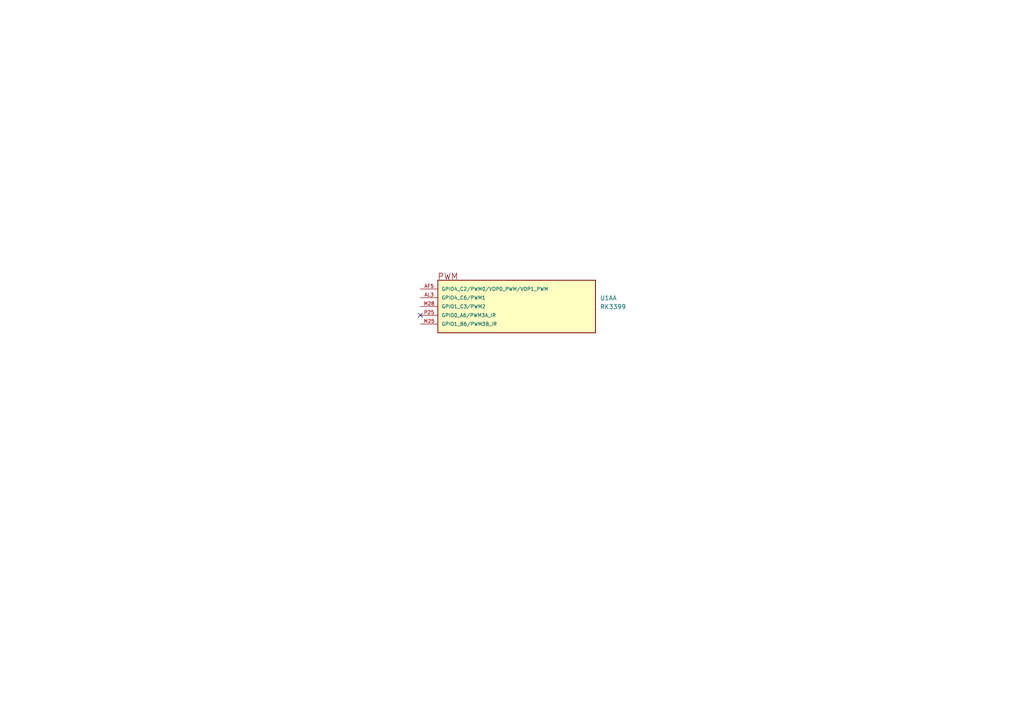
<source format=kicad_sch>
(kicad_sch (version 20250114) (generator "eeschema") (generator_version "9.0")
  (paper "A4")
  (title_block (date "2026-01-14") (rev "1.0.0") (company "TickLab"))
  (lib_symbols
    (symbol "component_library:System On Chip (SoC)/RK3399" (pin_names (offset 1.016))
      (property "Reference" "U" (at -15.24 119.38 0))
      (property "Value" "RK3399" (at -10.8483 -124.354 0))
      (symbol "System On Chip (SoC)/RK3399_1_0"
        (text "Internal Logic Ground and Digital IO Ground" (at -30.48 116.84 0) (effects (font (size 1.7823 1.7823)) (justify left bottom)))
        (pin power_in line (at -20.32 114.3 0) (length 5.08) (name "VSS_1") (number "A1"))
        (pin power_in line (at -20.32 111.76 0) (length 5.08) (name "VSS_2") (number "A27"))
        (pin power_in line (at -20.32 109.22 0) (length 5.08) (name "VSS_3") (number "A31"))
        (pin power_in line (at -20.32 106.68 0) (length 5.08) (name "VSS_4") (number "AA3"))
        (pin power_in line (at -20.32 104.14 0) (length 5.08) (name "VSS_5") (number "AA5"))
        (pin power_in line (at -20.32 101.6 0) (length 5.08) (name "VSS_6") (number "AA9"))
        (pin power_in line (at -20.32 99.06 0) (length 5.08) (name "VSS_7") (number "AF18"))
        (pin power_in line (at -20.32 96.52 0) (length 5.08) (name "VSS_8") (number "Y3"))
        (pin power_in line (at -20.32 93.98 0) (length 5.08) (name "VSS_9") (number "AB9"))
        (pin power_in line (at -20.32 91.44 0) (length 5.08) (name "VSS_10") (number "AF20"))
        (pin power_in line (at -20.32 88.9 0) (length 5.08) (name "VSS_11") (number "AD22"))
        (pin power_in line (at -20.32 86.36 0) (length 5.08) (name "VSS_12") (number "AC22"))
        (pin power_in line (at -20.32 83.82 0) (length 5.08) (name "VSS_13") (number "AC20"))
        (pin power_in line (at -20.32 81.28 0) (length 5.08) (name "VSS_14") (number "AE23"))
        (pin power_in line (at -20.32 78.74 0) (length 5.08) (name "VSS_15") (number "Y10"))
        (pin power_in line (at -20.32 76.2 0) (length 5.08) (name "VSS_16") (number "AC3"))
        (pin power_in line (at -20.32 73.66 0) (length 5.08) (name "VSS_17") (number "AD3"))
        (pin power_in line (at -20.32 71.12 0) (length 5.08) (name "VSS_18") (number "AD5"))
        (pin power_in line (at -20.32 68.58 0) (length 5.08) (name "VSS_19") (number "AD10"))
        (pin power_in line (at -20.32 66.04 0) (length 5.08) (name "VSS_20") (number "AF9"))
        (pin power_in line (at -20.32 63.5 0) (length 5.08) (name "VSS_21") (number "AG2"))
        (pin power_in line (at -20.32 60.96 0) (length 5.08) (name "VSS_22") (number "AJ5"))
        (pin power_in line (at -20.32 58.42 0) (length 5.08) (name "VSS_23") (number "AL1"))
        (pin power_in line (at -20.32 55.88 0) (length 5.08) (name "VSS_24") (number "B5"))
        (pin power_in line (at -20.32 53.34 0) (length 5.08) (name "VSS_25") (number "C8"))
        (pin power_in line (at -20.32 50.8 0) (length 5.08) (name "VSS_26") (number "C9"))
        (pin power_in line (at -20.32 48.26 0) (length 5.08) (name "VSS_27") (number "C11"))
        (pin power_in line (at -20.32 45.72 0) (length 5.08) (name "VSS_28") (number "C12"))
        (pin power_in line (at -20.32 43.18 0) (length 5.08) (name "VSS_29") (number "C14"))
        (pin power_in line (at -20.32 40.64 0) (length 5.08) (name "VSS_30") (number "C15"))
        (pin power_in line (at -20.32 38.1 0) (length 5.08) (name "VSS_31") (number "C17"))
        (pin power_in line (at -20.32 35.56 0) (length 5.08) (name "VSS_32") (number "C18"))
        (pin power_in line (at -20.32 33.02 0) (length 5.08) (name "VSS_33") (number "C20"))
        (pin power_in line (at -20.32 30.48 0) (length 5.08) (name "VSS_34") (number "C21"))
        (pin power_in line (at -20.32 27.94 0) (length 5.08) (name "VSS_35") (number "C23"))
        (pin power_in line (at -20.32 25.4 0) (length 5.08) (name "VSS_36") (number "C24"))
        (pin power_in line (at -20.32 22.86 0) (length 5.08) (name "VSS_37") (number "C26"))
        (pin power_in line (at -20.32 20.32 0) (length 5.08) (name "VSS_38") (number "D5"))
        (pin power_in line (at -20.32 17.78 0) (length 5.08) (name "VSS_39") (number "E2"))
        (pin power_in line (at -20.32 15.24 0) (length 5.08) (name "VSS_40") (number "E4"))
        (pin power_in line (at -20.32 12.7 0) (length 5.08) (name "VSS_41") (number "E7"))
        (pin power_in line (at -20.32 10.16 0) (length 5.08) (name "VSS_42") (number "E12"))
        (pin power_in line (at -20.32 7.62 0) (length 5.08) (name "VSS_43") (number "E15"))
        (pin power_in line (at -20.32 5.08 0) (length 5.08) (name "VSS_44") (number "E18"))
        (pin power_in line (at -20.32 2.54 0) (length 5.08) (name "VSS_45") (number "E21"))
        (pin power_in line (at -20.32 0 0) (length 5.08) (name "VSS_46") (number "E24"))
        (pin power_in line (at -20.32 -2.54 0) (length 5.08) (name "VSS_47") (number "E31"))
        (pin power_in line (at -20.32 -5.08 0) (length 5.08) (name "VSS_48") (number "F8"))
        (pin power_in line (at -20.32 -7.62 0) (length 5.08) (name "VSS_49") (number "F15"))
        (pin power_in line (at -20.32 -10.16 0) (length 5.08) (name "VSS_50") (number "F18"))
        (pin power_in line (at -20.32 -12.7 0) (length 5.08) (name "VSS_51") (number "F20"))
        (pin power_in line (at -20.32 -15.24 0) (length 5.08) (name "VSS_52") (number "F21"))
        (pin power_in line (at -20.32 -17.78 0) (length 5.08) (name "VSS_53") (number "G5"))
        (pin power_in line (at -20.32 -20.32 0) (length 5.08) (name "VSS_54") (number "G9"))
        (pin power_in line (at -20.32 -22.86 0) (length 5.08) (name "VSS_55") (number "G18"))
        (pin power_in line (at -20.32 -25.4 0) (length 5.08) (name "VSS_56") (number "G27"))
        (pin power_in line (at -20.32 -27.94 0) (length 5.08) (name "VSS_57") (number "H3"))
        (pin power_in line (at -20.32 -30.48 0) (length 5.08) (name "VSS_58") (number "H9"))
        (pin power_in line (at -20.32 -33.02 0) (length 5.08) (name "VSS_59") (number "H10"))
        (pin power_in line (at -20.32 -35.56 0) (length 5.08) (name "VSS_60") (number "H11"))
        (pin power_in line (at -20.32 -38.1 0) (length 5.08) (name "VSS_61") (number "H12"))
        (pin power_in line (at -20.32 -40.64 0) (length 5.08) (name "VSS_62") (number "H13"))
        (pin power_in line (at -20.32 -43.18 0) (length 5.08) (name "VSS_63") (number "H15"))
        (pin power_in line (at -20.32 -45.72 0) (length 5.08) (name "VSS_64") (number "H16"))
        (pin power_in line (at -20.32 -48.26 0) (length 5.08) (name "VSS_65") (number "H17"))
        (pin power_in line (at -20.32 -50.8 0) (length 5.08) (name "VSS_66") (number "H18"))
        (pin power_in line (at -20.32 -53.34 0) (length 5.08) (name "VSS_67") (number "H26"))
        (pin power_in line (at -20.32 -55.88 0) (length 5.08) (name "VSS_68") (number "J3"))
        (pin power_in line (at -20.32 -58.42 0) (length 5.08) (name "VSS_69") (number "J6"))
        (pin power_in line (at -20.32 -60.96 0) (length 5.08) (name "VSS_70") (number "J7"))
        (pin power_in line (at -20.32 -63.5 0) (length 5.08) (name "VSS_71") (number "J8"))
        (pin power_in line (at -20.32 -66.04 0) (length 5.08) (name "VSS_72") (number "J9"))
        (pin power_in line (at -20.32 -68.58 0) (length 5.08) (name "VSS_73") (number "J10"))
        (pin power_in line (at -20.32 -71.12 0) (length 5.08) (name "VSS_74") (number "K8"))
        (pin power_in line (at -20.32 -73.66 0) (length 5.08) (name "VSS_75") (number "K9"))
        (pin power_in line (at -20.32 -76.2 0) (length 5.08) (name "VSS_76") (number "K10"))
        (pin power_in line (at -20.32 -78.74 0) (length 5.08) (name "VSS_77") (number "K12"))
        (pin power_in line (at -20.32 -81.28 0) (length 5.08) (name "VSS_78") (number "K14"))
        (pin power_in line (at -20.32 -83.82 0) (length 5.08) (name "VSS_79") (number "K16"))
        (pin power_in line (at -20.32 -86.36 0) (length 5.08) (name "VSS_80") (number "K18"))
        (pin power_in line (at -20.32 -88.9 0) (length 5.08) (name "VSS_81") (number "W21"))
        (pin power_in line (at -20.32 -91.44 0) (length 5.08) (name "VSS_82") (number "K20"))
        (pin power_in line (at -20.32 -93.98 0) (length 5.08) (name "VSS_83") (number "N19"))
        (pin power_in line (at -20.32 -96.52 0) (length 5.08) (name "VSS_84") (number "K22"))
        (pin power_in line (at -20.32 -99.06 0) (length 5.08) (name "VSS_85") (number "L3"))
        (pin power_in line (at -20.32 -101.6 0) (length 5.08) (name "VSS_86") (number "L6"))
        (pin power_in line (at -20.32 -104.14 0) (length 5.08) (name "VSS_87") (number "L8"))
        (pin power_in line (at -20.32 -106.68 0) (length 5.08) (name "VSS_88") (number "L11"))
        (pin power_in line (at -20.32 -109.22 0) (length 5.08) (name "VSS_89") (number "L12"))
        (pin power_in line (at -20.32 -111.76 0) (length 5.08) (name "VSS_90") (number "L13"))
        (pin power_in line (at 20.32 114.3 180) (length 5.08) (name "VSS_91") (number "L14"))
        (pin power_in line (at 20.32 111.76 180) (length 5.08) (name "VSS_92") (number "L15"))
        (pin power_in line (at 20.32 109.22 180) (length 5.08) (name "VSS_93") (number "L16"))
        (pin power_in line (at 20.32 106.68 180) (length 5.08) (name "VSS_94") (number "N17"))
        (pin power_in line (at 20.32 104.14 180) (length 5.08) (name "VSS_95") (number "Y17"))
        (pin power_in line (at 20.32 101.6 180) (length 5.08) (name "VSS_96") (number "L20"))
        (pin power_in line (at 20.32 99.06 180) (length 5.08) (name "VSS_97") (number "L22"))
        (pin power_in line (at 20.32 96.52 180) (length 5.08) (name "VSS_98") (number "N21"))
        (pin power_in line (at 20.32 93.98 180) (length 5.08) (name "VSS_99") (number "L27"))
        (pin power_in line (at 20.32 91.44 180) (length 5.08) (name "VSS_100") (number "M3"))
        (pin power_in line (at 20.32 88.9 180) (length 5.08) (name "VSS_101") (number "M8"))
        (pin power_in line (at 20.32 86.36 180) (length 5.08) (name "VSS_102") (number "M10"))
        (pin power_in line (at 20.32 83.82 180) (length 5.08) (name "VSS_103") (number "M16"))
        (pin power_in line (at 20.32 81.28 180) (length 5.08) (name "VSS_104") (number "M23"))
        (pin power_in line (at 20.32 78.74 180) (length 5.08) (name "VSS_105") (number "N8"))
        (pin power_in line (at 20.32 76.2 180) (length 5.08) (name "VSS_106") (number "P11"))
        (pin power_in line (at 20.32 73.66 180) (length 5.08) (name "VSS_107") (number "P12"))
        (pin power_in line (at 20.32 71.12 180) (length 5.08) (name "VSS_108") (number "N13"))
        (pin power_in line (at 20.32 68.58 180) (length 5.08) (name "VSS_109") (number "N14"))
        (pin power_in line (at 20.32 66.04 180) (length 5.08) (name "VSS_110") (number "N15"))
        (pin power_in line (at 20.32 63.5 180) (length 5.08) (name "VSS_111") (number "N16"))
        (pin power_in line (at 20.32 60.96 180) (length 5.08) (name "VSS_112") (number "P3"))
        (pin power_in line (at 20.32 58.42 180) (length 5.08) (name "VSS_113") (number "P6"))
        (pin power_in line (at 20.32 55.88 180) (length 5.08) (name "VSS_114") (number "P7"))
        (pin power_in line (at 20.32 53.34 180) (length 5.08) (name "VSS_115") (number "P8"))
        (pin power_in line (at 20.32 50.8 180) (length 5.08) (name "VSS_116") (number "P10"))
        (pin power_in line (at 20.32 48.26 180) (length 5.08) (name "VSS_117") (number "P16"))
        (pin power_in line (at 20.32 45.72 180) (length 5.08) (name "VSS_118") (number "Y16"))
        (pin power_in line (at 20.32 43.18 180) (length 5.08) (name "VSS_119") (number "P19"))
        (pin power_in line (at 20.32 40.64 180) (length 5.08) (name "VSS_120") (number "R21"))
        (pin power_in line (at 20.32 38.1 180) (length 5.08) (name "VSS_121") (number "P21"))
        (pin power_in line (at 20.32 35.56 180) (length 5.08) (name "VSS_122") (number "T19"))
        (pin power_in line (at 20.32 33.02 180) (length 5.08) (name "VSS_123") (number "R3"))
        (pin power_in line (at 20.32 30.48 180) (length 5.08) (name "VSS_124") (number "R5"))
        (pin power_in line (at 20.32 27.94 180) (length 5.08) (name "VSS_125") (number "R6"))
        (pin power_in line (at 20.32 25.4 180) (length 5.08) (name "VSS_126") (number "U11"))
        (pin power_in line (at 20.32 22.86 180) (length 5.08) (name "VSS_127") (number "U12"))
        (pin power_in line (at 20.32 20.32 180) (length 5.08) (name "VSS_128") (number "W13"))
        (pin power_in line (at 20.32 17.78 180) (length 5.08) (name "VSS_129") (number "R14"))
        (pin power_in line (at 20.32 15.24 180) (length 5.08) (name "VSS_130") (number "R15"))
        (pin power_in line (at 20.32 12.7 180) (length 5.08) (name "VSS_131") (number "R16"))
        (pin power_in line (at 20.32 10.16 180) (length 5.08) (name "VSS_132") (number "AC21"))
        (pin power_in line (at 20.32 7.62 180) (length 5.08) (name "VSS_133") (number "R23"))
        (pin power_in line (at 20.32 5.08 180) (length 5.08) (name "VSS_134") (number "T8"))
        (pin power_in line (at 20.32 2.54 180) (length 5.08) (name "VSS_135") (number "T10"))
        (pin power_in line (at 20.32 0 180) (length 5.08) (name "VSS_136") (number "Y12"))
        (pin power_in line (at 20.32 -2.54 180) (length 5.08) (name "VSS_137") (number "U14"))
        (pin power_in line (at 20.32 -5.08 180) (length 5.08) (name "VSS_138") (number "T16"))
        (pin power_in line (at 20.32 -7.62 180) (length 5.08) (name "VSS_139") (number "T21"))
        (pin power_in line (at 20.32 -10.16 180) (length 5.08) (name "VSS_140") (number "AB19"))
        (pin power_in line (at 20.32 -12.7 180) (length 5.08) (name "VSS_141") (number "U3"))
        (pin power_in line (at 20.32 -15.24 180) (length 5.08) (name "VSS_142") (number "U8"))
        (pin power_in line (at 20.32 -17.78 180) (length 5.08) (name "VSS_143") (number "U15"))
        (pin power_in line (at 20.32 -20.32 180) (length 5.08) (name "VSS_144") (number "U16"))
        (pin power_in line (at 20.32 -22.86 180) (length 5.08) (name "VSS_145") (number "AC18"))
        (pin power_in line (at 20.32 -25.4 180) (length 5.08) (name "VSS_146") (number "U19"))
        (pin power_in line (at 20.32 -27.94 180) (length 5.08) (name "VSS_147") (number "U21"))
        (pin power_in line (at 20.32 -30.48 180) (length 5.08) (name "VSS_148") (number "V17"))
        (pin power_in line (at 20.32 -33.02 180) (length 5.08) (name "VSS_149") (number "U22"))
        (pin power_in line (at 20.32 -35.56 180) (length 5.08) (name "VSS_150") (number "U29"))
        (pin power_in line (at 20.32 -38.1 180) (length 5.08) (name "VSS_151") (number "V3"))
        (pin power_in line (at 20.32 -40.64 180) (length 5.08) (name "VSS_152") (number "V5"))
        (pin power_in line (at 20.32 -43.18 180) (length 5.08) (name "VSS_153") (number "V8"))
        (pin power_in line (at 20.32 -45.72 180) (length 5.08) (name "VSS_154") (number "V10"))
        (pin power_in line (at 20.32 -48.26 180) (length 5.08) (name "VSS_155") (number "Y11"))
        (pin power_in line (at 20.32 -50.8 180) (length 5.08) (name "VSS_156") (number "Y14"))
        (pin power_in line (at 20.32 -53.34 180) (length 5.08) (name "VSS_157") (number "Y15"))
        (pin power_in line (at 20.32 -55.88 180) (length 5.08) (name "VSS_158") (number "W22"))
        (pin power_in line (at 20.32 -58.42 180) (length 5.08) (name "VSS_159") (number "W17"))
        (pin power_in line (at 20.32 -60.96 180) (length 5.08) (name "VSS_160") (number "W30"))
        (pin power_in line (at 20.32 -63.5 180) (length 5.08) (name "VSS_161") (number "W8"))
        (pin power_in line (at 20.32 -66.04 180) (length 5.08) (name "VSS_162") (number "W9"))
        (pin power_in line (at 20.32 -68.58 180) (length 5.08) (name "VSS_163") (number "AD21"))
        (pin power_in line (at 20.32 -71.12 180) (length 5.08) (name "VSS_164") (number "Y13"))
        (pin power_in line (at 20.32 -73.66 180) (length 5.08) (name "VSS_165") (number "R18"))
        (pin power_in line (at 20.32 -76.2 180) (length 5.08) (name "VSS_166") (number "Y9"))
        (pin power_in line (at 20.32 -78.74 180) (length 5.08) (name "VSS_167") (number "W19"))
        (pin power_in line (at 20.32 -81.28 180) (length 5.08) (name "VSS_168") (number "T18"))
        (pin power_in line (at 20.32 -83.82 180) (length 5.08) (name "VSS_169") (number "W18"))
        (pin power_in line (at 20.32 -86.36 180) (length 5.08) (name "VSS_170") (number "Y20"))
        (pin power_in line (at 20.32 -88.9 180) (length 5.08) (name "VSS_171") (number "AJ28"))
        (pin power_in line (at 20.32 -91.44 180) (length 5.08) (name "VSS_172") (number "AJ21"))
        (pin power_in line (at 20.32 -93.98 180) (length 5.08) (name "VSS_173") (number "AJ23"))
        (pin power_in line (at 20.32 -96.52 180) (length 5.08) (name "VSS_174") (number "AJ24"))
        (pin power_in line (at 20.32 -99.06 180) (length 5.08) (name "VSS_175") (number "AJ26"))
        (pin power_in line (at 20.32 -101.6 180) (length 5.08) (name "VSS_176") (number "AJ27"))
        (pin power_in line (at 20.32 -104.14 180) (length 5.08) (name "VSS_177") (number "AA13"))
        (pin power_in line (at 20.32 -106.68 180) (length 5.08) (name "VSS_178") (number "AL31"))
        (pin power_in line (at 20.32 -109.22 180) (length 5.08) (name "VSS_179") (number "AA10"))
        (pin power_in line (at 20.32 -111.76 180) (length 5.08) (name "VSS_180") (number "AJ20"))
      )
      (symbol "System On Chip (SoC)/RK3399_2_0"
        (text "Analog Ground" (at -15.3236 48.4013 0) (effects (font (size 1.784 1.784)) (justify left bottom)))
        (pin power_in line (at -20.32 43.18 0) (length 5.08) (name "AVSS_1") (number "Y23"))
        (pin power_in line (at -20.32 40.64 0) (length 5.08) (name "AVSS_2") (number "AF23"))
        (pin power_in line (at -20.32 38.1 0) (length 5.08) (name "AVSS_3") (number "AF24"))
        (pin power_in line (at -20.32 35.56 0) (length 5.08) (name "AVSS_4") (number "AA23"))
        (pin power_in line (at -20.32 33.02 0) (length 5.08) (name "AVSS_5") (number "AB23"))
        (pin power_in line (at -20.32 30.48 0) (length 5.08) (name "AVSS_6") (number "AA26"))
        (pin power_in line (at -20.32 27.94 0) (length 5.08) (name "AVSS_7") (number "AA29"))
        (pin power_in line (at -20.32 25.4 0) (length 5.08) (name "AVSS_8") (number "AB11"))
        (pin power_in line (at -20.32 22.86 0) (length 5.08) (name "AVSS_9") (number "AB13"))
        (pin power_in line (at -20.32 20.32 0) (length 5.08) (name "AVSS_10") (number "AC15"))
        (pin power_in line (at -20.32 17.78 0) (length 5.08) (name "AVSS_11") (number "AD13"))
        (pin power_in line (at -20.32 15.24 0) (length 5.08) (name "AVSS_12") (number "AB10"))
        (pin power_in line (at -20.32 12.7 0) (length 5.08) (name "AVSS_13") (number "AA11"))
        (pin power_in line (at -20.32 10.16 0) (length 5.08) (name "AVSS_14") (number "AC26"))
        (pin power_in line (at -20.32 7.62 0) (length 5.08) (name "AVSS_15") (number "AC29"))
        (pin power_in line (at -20.32 5.08 0) (length 5.08) (name "AVSS_16") (number "AD17"))
        (pin power_in line (at -20.32 2.54 0) (length 5.08) (name "AVSS_17") (number "AA12"))
        (pin power_in line (at -20.32 0 0) (length 5.08) (name "AVSS_18") (number "AC16"))
        (pin power_in line (at -20.32 -2.54 0) (length 5.08) (name "AVSS_19") (number "AC23"))
        (pin power_in line (at -20.32 -5.08 0) (length 5.08) (name "AVSS_20") (number "AD29"))
        (pin power_in line (at -20.32 -7.62 0) (length 5.08) (name "AVSS_21") (number "AE11"))
        (pin power_in line (at -20.32 -10.16 0) (length 5.08) (name "AVSS_22") (number "AE12"))
        (pin power_in line (at -20.32 -12.7 0) (length 5.08) (name "AVSS_23") (number "AE14"))
        (pin power_in line (at -20.32 -15.24 0) (length 5.08) (name "AVSS_24") (number "AE17"))
        (pin power_in line (at -20.32 -17.78 0) (length 5.08) (name "AVSS_25") (number "AE27"))
        (pin power_in line (at -20.32 -20.32 0) (length 5.08) (name "AVSS_26") (number "AA14"))
        (pin power_in line (at -20.32 -22.86 0) (length 5.08) (name "AVSS_27") (number "AF17"))
        (pin power_in line (at -20.32 -25.4 0) (length 5.08) (name "AVSS_28") (number "AF29"))
        (pin power_in line (at -20.32 -27.94 0) (length 5.08) (name "AVSS_29") (number "AG29"))
        (pin power_in line (at -20.32 -30.48 0) (length 5.08) (name "AVSS_30") (number "AH29"))
        (pin power_in line (at -20.32 -33.02 0) (length 5.08) (name "AVSS_31") (number "AJ6"))
        (pin power_in line (at -20.32 -35.56 0) (length 5.08) (name "AVSS_32") (number "AJ8"))
        (pin power_in line (at -20.32 -38.1 0) (length 5.08) (name "AVSS_33") (number "AJ9"))
        (pin power_in line (at -20.32 -40.64 0) (length 5.08) (name "AVSS_34") (number "AJ11"))
        (pin power_in line (at -20.32 -43.18 0) (length 5.08) (name "AVSS_35") (number "AJ12"))
        (pin power_in line (at 20.32 43.18 180) (length 5.08) (name "AVSS_36") (number "AJ14"))
        (pin power_in line (at 20.32 40.64 180) (length 5.08) (name "AVSS_37") (number "AJ15"))
        (pin power_in line (at 20.32 38.1 180) (length 5.08) (name "AVSS_38") (number "AJ17"))
        (pin power_in line (at 20.32 35.56 180) (length 5.08) (name "AVSS_39") (number "AJ18"))
        (pin power_in line (at 20.32 33.02 180) (length 5.08) (name "AVSS_40") (number "AD26"))
        (pin power_in line (at 20.32 30.48 180) (length 5.08) (name "AVSS_41") (number "AB16"))
        (pin power_in line (at 20.32 27.94 180) (length 5.08) (name "AVSS_42") (number "AB15"))
        (pin power_in line (at 20.32 25.4 180) (length 5.08) (name "AVSS_43") (number "AC17"))
        (pin power_in line (at 20.32 22.86 180) (length 5.08) (name "AVSS_44") (number "AC11"))
        (pin power_in line (at 20.32 20.32 180) (length 5.08) (name "AVSS_45") (number "AC13"))
        (pin power_in line (at 20.32 17.78 180) (length 5.08) (name "AVSS_46") (number "W23"))
        (pin power_in line (at 20.32 15.24 180) (length 5.08) (name "AVSS_47") (number "AJ29"))
        (pin power_in line (at 20.32 12.7 180) (length 5.08) (name "AVSS_48") (number "Y29"))
        (pin power_in line (at 20.32 10.16 180) (length 5.08) (name "AVSS_49") (number "U23"))
        (pin power_in line (at 20.32 7.62 180) (length 5.08) (name "AVSS_50") (number "V23"))
        (pin power_in line (at 20.32 5.08 180) (length 5.08) (name "AVSS_51") (number "AC25"))
        (pin power_in line (at 20.32 2.54 180) (length 5.08) (name "AVSS_52") (number "AB17"))
        (pin power_in line (at 20.32 0 180) (length 5.08) (name "AVSS_53") (number "AA15"))
        (pin power_in line (at 20.32 -7.62 180) (length 5.08) (name "EDP_AVSS_1") (number "B31"))
        (pin power_in line (at 20.32 -10.16 180) (length 5.08) (name "EDP_AVSS_2") (number "C28"))
        (pin power_in line (at 20.32 -12.7 180) (length 5.08) (name "EDP_AVSS_3") (number "C29"))
        (pin power_in line (at 20.32 -15.24 180) (length 5.08) (name "EDP_AVSS_4") (number "D29"))
        (pin power_in line (at 20.32 -17.78 180) (length 5.08) (name "EDP_AVSS_5") (number "H19"))
        (pin power_in line (at 20.32 -20.32 180) (length 5.08) (name "EDP_AVSS_6") (number "J21"))
        (pin power_in line (at 20.32 -30.48 180) (length 5.08) (name "PLL_AVSS") (number "P17"))
      )
      (symbol "System On Chip (SoC)/RK3399_3_0"
        (text "Internal Center Logic Power" (at -17.78 7.62 0) (effects (font (size 1.7808 1.7808)) (justify left bottom)))
        (pin power_in line (at -25.4 5.08 0) (length 5.08) (name "CENTERLOGIC_VDD_1") (number "M11"))
        (pin power_in line (at -25.4 2.54 0) (length 5.08) (name "CENTERLOGIC_VDD_2") (number "M12"))
        (pin power_in line (at -25.4 0 0) (length 5.08) (name "CENTERLOGIC_VDD_3") (number "M13"))
        (pin power_in line (at -25.4 -2.54 0) (length 5.08) (name "CENTERLOGIC_VDD_4") (number "M14"))
        (pin power_in line (at -25.4 -5.08 0) (length 5.08) (name "CENTERLOGIC_VDD_5") (number "M15"))
        (pin power_in line (at 25.4 5.08 180) (length 5.08) (name "CENTERLOGIC_VDD_6") (number "N11"))
        (pin power_in line (at 25.4 2.54 180) (length 5.08) (name "CENTERLOGIC_VDD_7") (number "N12"))
        (pin power_in line (at 25.4 0 180) (length 5.08) (name "CENTERLOGIC_VDD_8") (number "P13"))
        (pin power_in line (at 25.4 -2.54 180) (length 5.08) (name "CENTERLOGIC_VDD_9") (number "P14"))
        (pin power_in line (at 25.4 -5.08 180) (length 5.08) (name "CENTERLOGIC_VDD_10") (number "P15"))
      )
      (symbol "System On Chip (SoC)/RK3399_4_0"
        (text "Internal GPU Power" (at -15.3324 15.3417 0) (effects (font (size 1.7843 1.7843)) (justify left bottom)))
        (pin power_in line (at -20.32 12.7 0) (length 5.08) (name "GPU_VDD_1") (number "W11"))
        (pin power_in line (at -20.32 10.16 0) (length 5.08) (name "GPU_VDD_2") (number "W12"))
        (pin power_in line (at -20.32 7.62 0) (length 5.08) (name "GPU_VDD_3") (number "W14"))
        (pin power_in line (at -20.32 5.08 0) (length 5.08) (name "GPU_VDD_4") (number "V15"))
        (pin power_in line (at -20.32 2.54 0) (length 5.08) (name "GPU_VDD_5") (number "V14"))
        (pin power_in line (at -20.32 0 0) (length 5.08) (name "GPU_VDD_6") (number "V13"))
        (pin power_in line (at -20.32 -2.54 0) (length 5.08) (name "GPU_VDD_7") (number "U13"))
        (pin power_in line (at -20.32 -5.08 0) (length 5.08) (name "GPU_VDD_8") (number "R11"))
        (pin power_in line (at -20.32 -7.62 0) (length 5.08) (name "GPU_VDD_9") (number "R12"))
        (pin power_in line (at -20.32 -10.16 0) (length 5.08) (name "GPU_VDD_10") (number "T11"))
        (pin power_in line (at 20.32 12.7 180) (length 5.08) (name "GPU_VDD_11") (number "T12"))
        (pin power_in line (at 20.32 10.16 180) (length 5.08) (name "GPU_VDD_12") (number "T13"))
        (pin power_in line (at 20.32 7.62 180) (length 5.08) (name "GPU_VDD_13") (number "R13"))
        (pin power_in line (at 20.32 5.08 180) (length 5.08) (name "GPU_VDD_14") (number "T14"))
        (pin power_in line (at 20.32 2.54 180) (length 5.08) (name "GPU_VDD_15") (number "V11"))
        (pin power_in line (at 20.32 0 180) (length 5.08) (name "GPU_VDD_16") (number "V12"))
        (pin power_in line (at 20.32 -2.54 180) (length 5.08) (name "GPU_VDD_17") (number "V16"))
        (pin power_in line (at 20.32 -5.08 180) (length 5.08) (name "GPU_VDD_18") (number "W16"))
        (pin power_in line (at 20.32 -7.62 180) (length 5.08) (name "GPU_VDD_19") (number "W15"))
        (pin power_in line (at 20.32 -10.16 180) (length 5.08) (name "GPU_VDD_20") (number "W10"))
        (pin power_out line (at 20.32 -12.7 180) (length 5.08) (name "GPU_VDD_COM") (number "T15"))
      )
      (symbol "System On Chip (SoC)/RK3399_5_0"
        (text "Internal BIG CPU A72 Power" (at -17.78 10.16 0) (effects (font (size 1.7837 1.7837)) (justify left bottom)))
        (pin power_in line (at -20.32 7.62 0) (length 5.08) (name "BIGCPU_VDD_1") (number "L19"))
        (pin power_in line (at -20.32 5.08 0) (length 5.08) (name "BIGCPU_VDD_2") (number "L21"))
        (pin power_in line (at -20.32 2.54 0) (length 5.08) (name "BIGCPU_VDD_3") (number "M18"))
        (pin power_in line (at -20.32 0 0) (length 5.08) (name "BIGCPU_VDD_4") (number "M19"))
        (pin power_in line (at -20.32 -2.54 0) (length 5.08) (name "BIGCPU_VDD_5") (number "M20"))
        (pin power_in line (at -20.32 -5.08 0) (length 5.08) (name "BIGCPU_VDD_6") (number "M21"))
        (pin power_in line (at -20.32 -7.62 0) (length 5.08) (name "BIGCPU_VDD_7") (number "M22"))
        (pin power_in line (at 20.32 7.62 180) (length 5.08) (name "BIGCPU_VDD_8") (number "L18"))
        (pin power_in line (at 20.32 5.08 180) (length 5.08) (name "BIGCPU_VDD_9") (number "N22"))
        (pin power_in line (at 20.32 2.54 180) (length 5.08) (name "BIGCPU_VDD_10") (number "N20"))
        (pin power_in line (at 20.32 0 180) (length 5.08) (name "BIGCPU_VDD_11") (number "L23"))
        (pin power_in line (at 20.32 -2.54 180) (length 5.08) (name "BIGCPU_VDD_12") (number "K19"))
        (pin power_in line (at 20.32 -5.08 180) (length 5.08) (name "BIGCPU_VDD_13") (number "K21"))
        (pin power_out line (at 20.32 -7.62 180) (length 5.08) (name "BIGCPU_VDD_COM") (number "N18"))
      )
      (symbol "System On Chip (SoC)/RK3399_6_0"
        (text "Internal Logic Power" (at -15.24 10.16 0) (effects (font (size 1.7838 1.7838)) (justify left bottom)))
        (pin power_in line (at -20.32 7.62 0) (length 5.08) (name "LOGIC_VDD_1") (number "V22"))
        (pin power_in line (at -20.32 5.08 0) (length 5.08) (name "LOGIC_VDD_2") (number "V21"))
        (pin power_in line (at -20.32 2.54 0) (length 5.08) (name "LOGIC_VDD_3") (number "V20"))
        (pin power_in line (at -20.32 0 0) (length 5.08) (name "LOGIC_VDD_4") (number "V19"))
        (pin power_in line (at -20.32 -2.54 0) (length 5.08) (name "LOGIC_VDD_5") (number "V18"))
        (pin power_in line (at -20.32 -5.08 0) (length 5.08) (name "LOGIC_VDD_6") (number "W20"))
        (pin power_in line (at 20.32 7.62 180) (length 5.08) (name "LOGIC_VDD_7") (number "U18"))
        (pin power_in line (at 20.32 5.08 180) (length 5.08) (name "LOGIC_VDD_8") (number "U17"))
        (pin power_in line (at 20.32 2.54 180) (length 5.08) (name "LOGIC_VDD_9") (number "M17"))
        (pin power_in line (at 20.32 0 180) (length 5.08) (name "LOGIC_VDD_10") (number "L17"))
        (pin power_in line (at 20.32 -2.54 180) (length 5.08) (name "LOGIC_VDD_11") (number "T17"))
        (pin power_in line (at 20.32 -5.08 180) (length 5.08) (name "LOGIC_VDD_12") (number "U20"))
      )
      (symbol "System On Chip (SoC)/RK3399_7_0"
        (text "Internal LITTLE CPU A53 Power" (at -20.4095 5.1351 0) (effects (font (size 1.7835 1.7835)) (justify left bottom)))
        (pin power_in line (at -20.32 2.54 0) (length 5.08) (name "LITCPU_VDD_1") (number "P20"))
        (pin power_in line (at -20.32 0 0) (length 5.08) (name "LITCPU_VDD_2") (number "R19"))
        (pin power_in line (at -20.32 -2.54 0) (length 5.08) (name "LITCPU_VDD_3") (number "R20"))
        (pin power_in line (at -20.32 -5.08 0) (length 5.08) (name "LITCPU_VDD_4") (number "P22"))
        (pin power_in line (at 20.32 2.54 180) (length 5.08) (name "LITCPU_VDD_5") (number "T22"))
        (pin power_in line (at 20.32 0 180) (length 5.08) (name "LITCPU_VDD_6") (number "T20"))
        (pin power_in line (at 20.32 -2.54 180) (length 5.08) (name "LITCPU_VDD_7") (number "R22"))
      )
      (symbol "System On Chip (SoC)/RK3399_8_0"
        (text "PCIe differential data I/O signals" (at -20.4082 22.9382 0) (effects (font (size 1.7834 1.7834)) (justify left bottom)))
        (pin input line (at -25.4 20.32 0) (length 5.08) (name "PCIE_RX0_P") (number "AF30"))
        (pin input line (at -25.4 17.78 0) (length 5.08) (name "PCIE_RX0_N") (number "AF31"))
        (pin input line (at -25.4 12.7 0) (length 5.08) (name "PCIE_RX1_P") (number "AH30"))
        (pin input line (at -25.4 10.16 0) (length 5.08) (name "PCIE_RX1_N") (number "AH31"))
        (pin input line (at -25.4 5.08 0) (length 5.08) (name "PCIE_RX2_P") (number "AC27"))
        (pin input line (at -25.4 2.54 0) (length 5.08) (name "PCIE_RX2_N") (number "AC28"))
        (pin input line (at -25.4 -2.54 0) (length 5.08) (name "PCIE_RX3_P") (number "AF27"))
        (pin input line (at -25.4 -5.08 0) (length 5.08) (name "PCIE_RX3_N") (number "AF28"))
        (pin input clock (at -25.4 -10.16 0) (length 5.08) (name "GPIO4_D0/PCIE_CLKREQNB") (number "AE6"))
        (pin power_in line (at 25.4 20.32 180) (length 5.08) (name "PCIE_AVDD_0V9") (number "W24"))
        (pin power_in line (at 25.4 17.78 180) (length 5.08) (name "PCIE_AVDD_1V8") (number "Y24"))
        (pin output line (at 25.4 12.7 180) (length 5.08) (name "PCIE_TX0_P") (number "AE30"))
        (pin output line (at 25.4 10.16 180) (length 5.08) (name "PCIE_TX0_N") (number "AE31"))
        (pin output line (at 25.4 5.08 180) (length 5.08) (name "PCIE_TX1_P") (number "AG30"))
        (pin output line (at 25.4 2.54 180) (length 5.08) (name "PCIE_TX1_N") (number "AG31"))
        (pin output line (at 25.4 -2.54 180) (length 5.08) (name "PCIE_TX2_P") (number "AA27"))
        (pin output line (at 25.4 -5.08 180) (length 5.08) (name "PCIE_TX2_N") (number "AA28"))
        (pin output line (at 25.4 -10.16 180) (length 5.08) (name "PCIE_TX3_P") (number "AD27"))
        (pin output line (at 25.4 -12.7 180) (length 5.08) (name "PCIE_TX3_N") (number "AD28"))
        (pin output line (at 25.4 -17.78 180) (length 5.08) (name "PCIE_RCLK_100M_N") (number "AD30"))
        (pin output line (at 25.4 -20.32 180) (length 5.08) (name "PCIE_RCLK_100M_P") (number "AD31"))
      )
      (symbol "System On Chip (SoC)/RK3399_9_0"
        (text "DDRC0" (at -20.4006 73.8062 0) (effects (font (size 1.7827 1.7827)) (justify left bottom)))
        (pin bidirectional line (at -25.4 71.12 0) (length 5.08) (name "DDR0_DQ0") (number "AB2"))
        (pin bidirectional line (at -25.4 68.58 0) (length 5.08) (name "DDR0_DQ1") (number "AB1"))
        (pin bidirectional line (at -25.4 66.04 0) (length 5.08) (name "DDR0_DQ2") (number "AA2"))
        (pin bidirectional line (at -25.4 63.5 0) (length 5.08) (name "DDR0_DQ3") (number "AA1"))
        (pin bidirectional line (at -25.4 60.96 0) (length 5.08) (name "DDR0_DQ4") (number "Y2"))
        (pin bidirectional line (at -25.4 58.42 0) (length 5.08) (name "DDR0_DQ5") (number "Y1"))
        (pin bidirectional line (at -25.4 55.88 0) (length 5.08) (name "DDR0_DQ6") (number "W1"))
        (pin bidirectional line (at -25.4 53.34 0) (length 5.08) (name "DDR0_DQ7") (number "W2"))
        (pin bidirectional line (at -25.4 50.8 0) (length 5.08) (name "DDR0_DQ8") (number "AF2"))
        (pin bidirectional line (at -25.4 48.26 0) (length 5.08) (name "DDR0_DQ9") (number "AE2"))
        (pin bidirectional line (at -25.4 45.72 0) (length 5.08) (name "DDR0_DQ10") (number "AF1"))
        (pin bidirectional line (at -25.4 43.18 0) (length 5.08) (name "DDR0_DQ11") (number "AD2"))
        (pin bidirectional line (at -25.4 40.64 0) (length 5.08) (name "DDR0_DQ12") (number "AE1"))
        (pin bidirectional line (at -25.4 38.1 0) (length 5.08) (name "DDR0_DQ13") (number "AD1"))
        (pin bidirectional line (at -25.4 35.56 0) (length 5.08) (name "DDR0_DQ14") (number "AC1"))
        (pin bidirectional line (at -25.4 33.02 0) (length 5.08) (name "DDR0_DQ15") (number "AC2"))
        (pin bidirectional line (at -25.4 30.48 0) (length 5.08) (name "DDR0_DQ16") (number "V1"))
        (pin bidirectional line (at -25.4 27.94 0) (length 5.08) (name "DDR0_DQ17") (number "V2"))
        (pin bidirectional line (at -25.4 25.4 0) (length 5.08) (name "DDR0_DQ18") (number "U1"))
        (pin bidirectional line (at -25.4 22.86 0) (length 5.08) (name "DDR0_DQ19") (number "U2"))
        (pin bidirectional line (at -25.4 20.32 0) (length 5.08) (name "DDR0_DQ20") (number "T1"))
        (pin bidirectional line (at -25.4 17.78 0) (length 5.08) (name "DDR0_DQ21") (number "T2"))
        (pin bidirectional line (at -25.4 15.24 0) (length 5.08) (name "DDR0_DQ22") (number "R2"))
        (pin bidirectional line (at -25.4 12.7 0) (length 5.08) (name "DDR0_DQ23") (number "R1"))
        (pin bidirectional line (at -25.4 10.16 0) (length 5.08) (name "DDR0_DQ24") (number "P1"))
        (pin bidirectional line (at -25.4 7.62 0) (length 5.08) (name "DDR0_DQ25") (number "P2"))
        (pin bidirectional line (at -25.4 5.08 0) (length 5.08) (name "DDR0_DQ26") (number "N1"))
        (pin bidirectional line (at -25.4 2.54 0) (length 5.08) (name "DDR0_DQ27") (number "M1"))
        (pin bidirectional line (at -25.4 0 0) (length 5.08) (name "DDR0_DQ28") (number "N2"))
        (pin bidirectional line (at -25.4 -2.54 0) (length 5.08) (name "DDR0_DQ29") (number "L1"))
        (pin bidirectional line (at -25.4 -5.08 0) (length 5.08) (name "DDR0_DQ30") (number "M2"))
        (pin bidirectional line (at -25.4 -7.62 0) (length 5.08) (name "DDR0_DQ31") (number "L2"))
        (pin bidirectional line (at -25.4 -15.24 0) (length 5.08) (name "DDR0_DQS0P") (number "Y4"))
        (pin bidirectional line (at -25.4 -17.78 0) (length 5.08) (name "DDR0_DQS0N") (number "AA4"))
        (pin bidirectional line (at -25.4 -20.32 0) (length 5.08) (name "DDR0_DQS1P") (number "AC4"))
        (pin bidirectional line (at -25.4 -22.86 0) (length 5.08) (name "DDR0_DQS1N") (number "AD4"))
        (pin bidirectional line (at -25.4 -25.4 0) (length 5.08) (name "DDR0_DQS2P") (number "U4"))
        (pin bidirectional line (at -25.4 -27.94 0) (length 5.08) (name "DDR0_DQS2N") (number "V4"))
        (pin bidirectional line (at -25.4 -30.48 0) (length 5.08) (name "DDR0_DQS3P") (number "P4"))
        (pin bidirectional line (at -25.4 -33.02 0) (length 5.08) (name "DDR0_DQS3N") (number "R4"))
        (pin bidirectional line (at -25.4 -43.18 0) (length 5.08) (name "DDR0_PZQ") (number "R7"))
        (pin power_in line (at -25.4 -58.42 0) (length 5.08) (name "DDR0PLL_AVDD_0V9") (number "R8"))
        (pin power_in line (at -25.4 -60.96 0) (length 5.08) (name "DDR0_CLK_VDD") (number "M7"))
        (pin power_in line (at -25.4 -63.5 0) (length 5.08) (name "DDR0_VDD_1") (number "L9"))
        (pin power_in line (at -25.4 -66.04 0) (length 5.08) (name "DDR0_VDD_2") (number "L10"))
        (pin power_in line (at -25.4 -68.58 0) (length 5.08) (name "DDR0_VDD_3") (number "M9"))
        (pin power_in line (at -25.4 -71.12 0) (length 5.08) (name "DDR0_VDD_4") (number "N9"))
        (pin power_in line (at -25.4 -73.66 0) (length 5.08) (name "DDR0_VDD_5") (number "N10"))
        (pin power_in line (at -25.4 -76.2 0) (length 5.08) (name "DDR0_VDD_6") (number "P9"))
        (pin power_in line (at -25.4 -78.74 0) (length 5.08) (name "DDR0_VDD_7") (number "R9"))
        (pin output line (at 25.4 71.12 180) (length 5.08) (name "DDR0_CLK0P") (number "H4"))
        (pin output line (at 25.4 68.58 180) (length 5.08) (name "DDR0_CLK1P") (number "H5"))
        (pin output line (at 25.4 66.04 180) (length 5.08) (name "DDR0_CLK0N") (number "J4"))
        (pin output line (at 25.4 63.5 180) (length 5.08) (name "DDR0_CLK1N") (number "J5"))
        (pin output line (at 25.4 58.42 180) (length 5.08) (name "DDR0_RESETN") (number "L7"))
        (pin output line (at 25.4 53.34 180) (length 5.08) (name "DDR0_RASN") (number "F3"))
        (pin output line (at 25.4 50.8 180) (length 5.08) (name "DDR0_CASN") (number "H6"))
        (pin output line (at 25.4 45.72 180) (length 5.08) (name "DDR0_DM0") (number "Y5"))
        (pin output line (at 25.4 43.18 180) (length 5.08) (name "DDR0_DM1") (number "AC5"))
        (pin output line (at 25.4 40.64 180) (length 5.08) (name "DDR0_DM2") (number "U5"))
        (pin output line (at 25.4 38.1 180) (length 5.08) (name "DDR0_DM3") (number "P5"))
        (pin output line (at 25.4 33.02 180) (length 5.08) (name "DDR0_CSN0") (number "M6"))
        (pin output line (at 25.4 30.48 180) (length 5.08) (name "DDR0_CSN1") (number "B1"))
        (pin output line (at 25.4 27.94 180) (length 5.08) (name "DDR0_CSN2") (number "M5"))
        (pin output line (at 25.4 25.4 180) (length 5.08) (name "DDR0_CSN3") (number "C2"))
        (pin output line (at 25.4 22.86 180) (length 5.08) (name "DDR0_A0") (number "F2"))
        (pin output line (at 25.4 20.32 180) (length 5.08) (name "DDR0_A1") (number "F1"))
        (pin output line (at 25.4 17.78 180) (length 5.08) (name "DDR0_A2") (number "G1"))
        (pin output line (at 25.4 15.24 180) (length 5.08) (name "DDR0_A3") (number "G2"))
        (pin output line (at 25.4 12.7 180) (length 5.08) (name "DDR0_A4") (number "H2"))
        (pin output line (at 25.4 10.16 180) (length 5.08) (name "DDR0_A5") (number "H1"))
        (pin output line (at 25.4 7.62 180) (length 5.08) (name "DDR0_A6") (number "J1"))
        (pin output line (at 25.4 5.08 180) (length 5.08) (name "DDR0_A7") (number "J2"))
        (pin output line (at 25.4 2.54 180) (length 5.08) (name "DDR0_A8") (number "K2"))
        (pin output line (at 25.4 0 180) (length 5.08) (name "DDR0_A9") (number "K1"))
        (pin output line (at 25.4 -2.54 180) (length 5.08) (name "DDR0_A10") (number "D1"))
        (pin output line (at 25.4 -5.08 180) (length 5.08) (name "DDR0_A11") (number "E3"))
        (pin output line (at 25.4 -7.62 180) (length 5.08) (name "DDR0_A12") (number "C1"))
        (pin output line (at 25.4 -10.16 180) (length 5.08) (name "DDR0_A13") (number "D2"))
        (pin output line (at 25.4 -12.7 180) (length 5.08) (name "DDR0_A14") (number "D3"))
        (pin output line (at 25.4 -15.24 180) (length 5.08) (name "DDR0_A15") (number "H7"))
        (pin output line (at 25.4 -20.32 180) (length 5.08) (name "DDR0_ATB0") (number "U6"))
        (pin output line (at 25.4 -22.86 180) (length 5.08) (name "DDR0_ATB1") (number "U7"))
        (pin output line (at 25.4 -27.94 180) (length 5.08) (name "DDR0_BA0") (number "C3"))
        (pin output line (at 25.4 -30.48 180) (length 5.08) (name "DDR0_BA1") (number "F4"))
        (pin output line (at 25.4 -33.02 180) (length 5.08) (name "DDR0_BA2") (number "M4"))
        (pin output line (at 25.4 -38.1 180) (length 5.08) (name "DDR0_ODT0") (number "L4"))
        (pin output line (at 25.4 -40.64 180) (length 5.08) (name "DDR0_ODT1") (number "L5"))
        (pin output line (at 25.4 -45.72 180) (length 5.08) (name "DDR0_PLL_TESTOUT_P") (number "V6"))
        (pin output line (at 25.4 -48.26 180) (length 5.08) (name "DDR0_PLL_TESTOUT_N") (number "V7"))
        (pin output line (at 25.4 -53.34 180) (length 5.08) (name "DDR0_WEN") (number "G6"))
        (pin output line (at 25.4 -60.96 180) (length 5.08) (name "DDR0_CKE0") (number "E1"))
        (pin output line (at 25.4 -63.5 180) (length 5.08) (name "DDR0_CKE1") (number "F5"))
        (pin power_in line (at 25.4 -68.58 180) (length 5.08) (name "DDR0_VDD_8") (number "R10"))
        (pin power_in line (at 25.4 -71.12 180) (length 5.08) (name "DDR0_VDD_9") (number "T9"))
        (pin power_in line (at 25.4 -73.66 180) (length 5.08) (name "DDR0_VDD_10") (number "U9"))
        (pin power_in line (at 25.4 -76.2 180) (length 5.08) (name "DDR0_VDD_11") (number "U10"))
        (pin power_in line (at 25.4 -78.74 180) (length 5.08) (name "DDR0_VDD_12") (number "V9"))
      )
      (symbol "System On Chip (SoC)/RK3399_10_0"
        (text "DDRC1" (at -20.4001 73.8044 0) (effects (font (size 1.7827 1.7827)) (justify left bottom)))
        (pin bidirectional line (at -25.4 71.12 0) (length 5.08) (name "DDR1_DQ0") (number "B15"))
        (pin bidirectional line (at -25.4 68.58 0) (length 5.08) (name "DDR1_DQ1") (number "A15"))
        (pin bidirectional line (at -25.4 66.04 0) (length 5.08) (name "DDR1_DQ2") (number "B16"))
        (pin bidirectional line (at -25.4 63.5 0) (length 5.08) (name "DDR1_DQ3") (number "A16"))
        (pin bidirectional line (at -25.4 60.96 0) (length 5.08) (name "DDR1_DQ4") (number "B17"))
        (pin bidirectional line (at -25.4 58.42 0) (length 5.08) (name "DDR1_DQ5") (number "A17"))
        (pin bidirectional line (at -25.4 55.88 0) (length 5.08) (name "DDR1_DQ6") (number "A18"))
        (pin bidirectional line (at -25.4 53.34 0) (length 5.08) (name "DDR1_DQ7") (number "B18"))
        (pin bidirectional line (at -25.4 50.8 0) (length 5.08) (name "DDR1_DQ8") (number "B11"))
        (pin bidirectional line (at -25.4 48.26 0) (length 5.08) (name "DDR1_DQ9") (number "B12"))
        (pin bidirectional line (at -25.4 45.72 0) (length 5.08) (name "DDR1_DQ10") (number "A11"))
        (pin bidirectional line (at -25.4 43.18 0) (length 5.08) (name "DDR1_DQ11") (number "B13"))
        (pin bidirectional line (at -25.4 40.64 0) (length 5.08) (name "DDR1_DQ12") (number "A12"))
        (pin bidirectional line (at -25.4 38.1 0) (length 5.08) (name "DDR1_DQ13") (number "A13"))
        (pin bidirectional line (at -25.4 35.56 0) (length 5.08) (name "DDR1_DQ14") (number "A14"))
        (pin bidirectional line (at -25.4 33.02 0) (length 5.08) (name "DDR1_DQ15") (number "B14"))
        (pin bidirectional line (at -25.4 30.48 0) (length 5.08) (name "DDR1_DQ16") (number "A19"))
        (pin bidirectional line (at -25.4 27.94 0) (length 5.08) (name "DDR1_DQ17") (number "B19"))
        (pin bidirectional line (at -25.4 25.4 0) (length 5.08) (name "DDR1_DQ18") (number "A20"))
        (pin bidirectional line (at -25.4 22.86 0) (length 5.08) (name "DDR1_DQ19") (number "B20"))
        (pin bidirectional line (at -25.4 20.32 0) (length 5.08) (name "DDR1_DQ20") (number "A21"))
        (pin bidirectional line (at -25.4 17.78 0) (length 5.08) (name "DDR1_DQ21") (number "B21"))
        (pin bidirectional line (at -25.4 15.24 0) (length 5.08) (name "DDR1_DQ22") (number "B22"))
        (pin bidirectional line (at -25.4 12.7 0) (length 5.08) (name "DDR1_DQ23") (number "A22"))
        (pin bidirectional line (at -25.4 10.16 0) (length 5.08) (name "DDR1_DQ24") (number "A23"))
        (pin bidirectional line (at -25.4 7.62 0) (length 5.08) (name "DDR1_DQ25") (number "B23"))
        (pin bidirectional line (at -25.4 5.08 0) (length 5.08) (name "DDR1_DQ26") (number "A24"))
        (pin bidirectional line (at -25.4 2.54 0) (length 5.08) (name "DDR1_DQ27") (number "A25"))
        (pin bidirectional line (at -25.4 0 0) (length 5.08) (name "DDR1_DQ28") (number "B24"))
        (pin bidirectional line (at -25.4 -2.54 0) (length 5.08) (name "DDR1_DQ29") (number "A26"))
        (pin bidirectional line (at -25.4 -5.08 0) (length 5.08) (name "DDR1_DQ30") (number "B25"))
        (pin bidirectional line (at -25.4 -7.62 0) (length 5.08) (name "DDR1_DQ31") (number "B26"))
        (pin bidirectional line (at -25.4 -12.7 0) (length 5.08) (name "DDR1_DQS0P") (number "D18"))
        (pin bidirectional line (at -25.4 -15.24 0) (length 5.08) (name "DDR1_DQS0N") (number "D17"))
        (pin bidirectional line (at -25.4 -17.78 0) (length 5.08) (name "DDR1_DQS1P") (number "D15"))
        (pin bidirectional line (at -25.4 -20.32 0) (length 5.08) (name "DDR1_DQS1N") (number "D14"))
        (pin bidirectional line (at -25.4 -22.86 0) (length 5.08) (name "DDR1_DQS2P") (number "D21"))
        (pin bidirectional line (at -25.4 -25.4 0) (length 5.08) (name "DDR1_DQS2N") (number "D20"))
        (pin bidirectional line (at -25.4 -27.94 0) (length 5.08) (name "DDR1_DQS3P") (number "D24"))
        (pin bidirectional line (at -25.4 -30.48 0) (length 5.08) (name "DDR1_DQS3N") (number "D23"))
        (pin bidirectional line (at -25.4 -40.64 0) (length 5.08) (name "DDR1_PZQ") (number "G15"))
        (pin power_in line (at -25.4 -58.42 0) (length 5.08) (name "DDR1PLL_AVDD_0V9") (number "H14"))
        (pin power_in line (at -25.4 -60.96 0) (length 5.08) (name "DDR1_CLK_VDD") (number "G12"))
        (pin power_in line (at -25.4 -63.5 0) (length 5.08) (name "DDR1_VDD_1") (number "J11"))
        (pin power_in line (at -25.4 -66.04 0) (length 5.08) (name "DDR1_VDD_2") (number "J12"))
        (pin power_in line (at -25.4 -68.58 0) (length 5.08) (name "DDR1_VDD_3") (number "J13"))
        (pin power_in line (at -25.4 -71.12 0) (length 5.08) (name "DDR1_VDD_4") (number "J14"))
        (pin power_in line (at -25.4 -73.66 0) (length 5.08) (name "DDR1_VDD_5") (number "J15"))
        (pin power_in line (at -25.4 -76.2 0) (length 5.08) (name "DDR1_VDD_6") (number "J16"))
        (pin power_in line (at -25.4 -78.74 0) (length 5.08) (name "DDR1_VDD_7") (number "J17"))
        (pin output line (at 25.4 71.12 180) (length 5.08) (name "DDR1_CSN0") (number "F12"))
        (pin output line (at 25.4 68.58 180) (length 5.08) (name "DDR1_CSN1") (number "A2"))
        (pin output line (at 25.4 66.04 180) (length 5.08) (name "DDR1_CSN2") (number "F11"))
        (pin output line (at 25.4 63.5 180) (length 5.08) (name "DDR1_CSN3") (number "B3"))
        (pin output line (at 25.4 58.42 180) (length 5.08) (name "DDR1_DM0") (number "E17"))
        (pin output line (at 25.4 55.88 180) (length 5.08) (name "DDR1_DM1") (number "E14"))
        (pin output line (at 25.4 53.34 180) (length 5.08) (name "DDR1_DM2") (number "E20"))
        (pin output line (at 25.4 50.8 180) (length 5.08) (name "DDR1_DM3") (number "E23"))
        (pin output line (at 25.4 48.26 180) (length 5.08) (name "DDR1_A0") (number "B10"))
        (pin output line (at 25.4 45.72 180) (length 5.08) (name "DDR1_A1") (number "A10"))
        (pin output line (at 25.4 43.18 180) (length 5.08) (name "DDR1_A2") (number "B9"))
        (pin output line (at 25.4 40.64 180) (length 5.08) (name "DDR1_A3") (number "A9"))
        (pin output line (at 25.4 38.1 180) (length 5.08) (name "DDR1_A4") (number "B8"))
        (pin output line (at 25.4 35.56 180) (length 5.08) (name "DDR1_A5") (number "A8"))
        (pin output line (at 25.4 33.02 180) (length 5.08) (name "DDR1_A6") (number "B7"))
        (pin output line (at 25.4 30.48 180) (length 5.08) (name "DDR1_A7") (number "A7"))
        (pin output line (at 25.4 27.94 180) (length 5.08) (name "DDR1_A8") (number "B6"))
        (pin output line (at 25.4 25.4 180) (length 5.08) (name "DDR1_A9") (number "A6"))
        (pin output line (at 25.4 22.86 180) (length 5.08) (name "DDR1_A10") (number "A4"))
        (pin output line (at 25.4 20.32 180) (length 5.08) (name "DDR1_A11") (number "C5"))
        (pin output line (at 25.4 17.78 180) (length 5.08) (name "DDR1_A12") (number "A3"))
        (pin output line (at 25.4 15.24 180) (length 5.08) (name "DDR1_A13") (number "B4"))
        (pin output line (at 25.4 12.7 180) (length 5.08) (name "DDR1_A14") (number "C4"))
        (pin output line (at 25.4 10.16 180) (length 5.08) (name "DDR1_A15") (number "G8"))
        (pin output line (at 25.4 5.08 180) (length 5.08) (name "DDR1_RESETN") (number "G11"))
        (pin output line (at 25.4 0 180) (length 5.08) (name "DDR1_ATB0") (number "F17"))
        (pin output line (at 25.4 -2.54 180) (length 5.08) (name "DDR1_ATB1") (number "G17"))
        (pin output line (at 25.4 -7.62 180) (length 5.08) (name "DDR1_BA0") (number "B2"))
        (pin output line (at 25.4 -10.16 180) (length 5.08) (name "DDR1_BA1") (number "D6"))
        (pin output line (at 25.4 -12.7 180) (length 5.08) (name "DDR1_BA2") (number "D12"))
        (pin output line (at 25.4 -17.78 180) (length 5.08) (name "DDR1_CLK0N") (number "D8"))
        (pin output line (at 25.4 -20.32 180) (length 5.08) (name "DDR1_CLK1N") (number "E8"))
        (pin output line (at 25.4 -25.4 180) (length 5.08) (name "DDR1_RASN") (number "C6"))
        (pin output line (at 25.4 -27.94 180) (length 5.08) (name "DDR1_CASN") (number "F9"))
        (pin output line (at 25.4 -33.02 180) (length 5.08) (name "DDR1_CLK0P") (number "D9"))
        (pin output line (at 25.4 -35.56 180) (length 5.08) (name "DDR1_CLK1P") (number "E9"))
        (pin output line (at 25.4 -40.64 180) (length 5.08) (name "DDR1_PLL_TESTOUT_P") (number "F14"))
        (pin output line (at 25.4 -43.18 180) (length 5.08) (name "DDR1_PLL_TESTOUT_N") (number "G14"))
        (pin output line (at 25.4 -48.26 180) (length 5.08) (name "DDR1_ODT0") (number "D11"))
        (pin output line (at 25.4 -50.8 180) (length 5.08) (name "DDR1_ODT1") (number "E11"))
        (pin output line (at 25.4 -55.88 180) (length 5.08) (name "DDR1_WEN") (number "F7"))
        (pin output line (at 25.4 -60.96 180) (length 5.08) (name "DDR1_CKE0") (number "A5"))
        (pin output line (at 25.4 -63.5 180) (length 5.08) (name "DDR1_CKE1") (number "E6"))
        (pin power_in line (at 25.4 -68.58 180) (length 5.08) (name "DDR1_VDD_8") (number "J18"))
        (pin power_in line (at 25.4 -71.12 180) (length 5.08) (name "DDR1_VDD_9") (number "K11"))
        (pin power_in line (at 25.4 -73.66 180) (length 5.08) (name "DDR1_VDD_10") (number "K13"))
        (pin power_in line (at 25.4 -76.2 180) (length 5.08) (name "DDR1_VDD_11") (number "K15"))
        (pin power_in line (at 25.4 -78.74 180) (length 5.08) (name "DDR1_VDD_12") (number "K17"))
      )
      (symbol "System On Chip (SoC)/RK3399_11_0"
        (text "MISC" (at -30.602 30.5873 0) (effects (font (size 1.7843 1.7843)) (justify left bottom)))
        (pin input line (at -35.56 27.94 0) (length 5.08) (name "NPOR") (number "T30"))
        (pin input line (at -35.56 25.4 0) (length 5.08) (name "XIN_OSC") (number "Y31"))
        (pin output line (at -35.56 12.7 0) (length 5.08) (name "XOUT_OSC") (number "Y30"))
        (pin bidirectional line (at -35.56 7.62 0) (length 5.08) (name "GPIO4_D2") (number "AH3"))
        (pin bidirectional line (at -35.56 5.08 0) (length 5.08) (name "GPIO4_D3") (number "AK3"))
        (pin bidirectional line (at -35.56 2.54 0) (length 5.08) (name "GPIO4_D4") (number "AH5"))
        (pin bidirectional line (at -35.56 0 0) (length 5.08) (name "GPIO4_D5") (number "AJ3"))
        (pin bidirectional line (at -35.56 -2.54 0) (length 5.08) (name "GPIO4_D6") (number "AG4"))
        (pin bidirectional line (at -35.56 -7.62 0) (length 5.08) (name "USIC_STROBE") (number "AJ30"))
        (pin bidirectional line (at -35.56 -10.16 0) (length 5.08) (name "USIC_DATA") (number "AJ31"))
        (pin power_in line (at -35.56 -12.7 0) (length 5.08) (name "USIC_AVDD_1V2") (number "AD24"))
        (pin power_in line (at -35.56 -15.24 0) (length 5.08) (name "USIC_AVDD_0V9") (number "AD25"))
        (pin passive line (at -35.56 -20.32 0) (length 5.08) (name "EFUSE") (number "AD23"))
        (pin bidirectional line (at -35.56 -25.4 0) (length 5.08) (name "NC") (number "AA19"))
        (pin bidirectional line (at -35.56 -25.4 0) (length 5.08) (hide yes) (name "NC") (number "AA20"))
        (pin bidirectional line (at -35.56 -25.4 0) (length 5.08) (hide yes) (name "NC") (number "AA22"))
        (pin bidirectional line (at -35.56 -25.4 0) (length 5.08) (hide yes) (name "NC") (number "AB20"))
        (pin bidirectional line (at -35.56 -25.4 0) (length 5.08) (hide yes) (name "NC") (number "AB22"))
        (pin bidirectional line (at -35.56 -25.4 0) (length 5.08) (hide yes) (name "NC") (number "AC12"))
        (pin bidirectional line (at -35.56 -25.4 0) (length 5.08) (hide yes) (name "NC") (number "AC14"))
        (pin bidirectional line (at -35.56 -25.4 0) (length 5.08) (hide yes) (name "NC") (number "AD11"))
        (pin bidirectional line (at -35.56 -25.4 0) (length 5.08) (hide yes) (name "NC") (number "AD12"))
        (pin bidirectional line (at -35.56 -25.4 0) (length 5.08) (hide yes) (name "NC") (number "AD14"))
        (pin bidirectional line (at -35.56 -25.4 0) (length 5.08) (hide yes) (name "NC") (number "AD15"))
        (pin input line (at 35.56 27.94 180) (length 5.08) (name "GPIO0_A0/TEST_CLKOUT0/CLK32K_IN") (number "U31"))
        (pin output line (at 35.56 25.4 180) (length 5.08) (name "GPIO1_A5/AP_PWROFF") (number "R30"))
        (pin output line (at 35.56 22.86 180) (length 5.08) (name "GPIO0_A2/WIFI_26MHZ") (number "N24"))
        (pin output line (at 35.56 20.32 180) (length 5.08) (name "GPIO4_C5/SPDIF_TX") (number "AK1"))
        (pin bidirectional line (at 35.56 15.24 180) (length 5.08) (name "DFTJTAG_TMS") (number "AA24"))
        (pin bidirectional line (at 35.56 12.7 180) (length 5.08) (name "DFTJTAG_TRSTN") (number "AB24"))
        (pin bidirectional line (at 35.56 7.62 180) (length 5.08) (name "GPIO0_B2") (number "W31"))
        (pin bidirectional line (at 35.56 5.08 180) (length 5.08) (name "GPIO0_B3") (number "U30"))
        (pin bidirectional line (at 35.56 2.54 180) (length 5.08) (name "GPIO1_B5") (number "M24"))
        (pin bidirectional line (at 35.56 -2.54 180) (length 5.08) (name "GPIO4_D1/DP_HOTPLUG") (number "AK4"))
        (pin bidirectional line (at 35.56 -7.62 180) (length 5.08) (name "GPIO1_C6/TCPD_VBUS_SOURCE0") (number "L25"))
        (pin bidirectional line (at 35.56 -10.16 180) (length 5.08) (name "GPIO1_D0/TCPD_VBUS_SOURCE2") (number "L26"))
        (pin bidirectional line (at 35.56 -12.7 180) (length 5.08) (name "GPIO1_C7/TCPD_VBUS_SOURCE1") (number "M31"))
        (pin bidirectional line (at 35.56 -15.24 180) (length 5.08) (name "GPIO0_B5/TCPD_VBUS_FDIS/TCPD_VBUS_SOURCE3") (number "P24"))
        (pin bidirectional line (at 35.56 -17.78 180) (length 5.08) (name "GPIO0_B4/TCPD_VBUS_BDIS") (number "V26"))
        (pin bidirectional line (at 35.56 -22.86 180) (length 5.08) (name "GPIO0_B1/PMUIO2_VOLSEL") (number "V30"))
        (pin bidirectional line (at 35.56 -27.94 180) (length 5.08) (name "GPIO0_A1/DDRIO_PWROFF/TCPD_CCDB_EN") (number "R29"))
      )
      (symbol "System On Chip (SoC)/RK3399_12_0"
        (text "SDMMC" (at -45.8454 12.7562 0) (effects (font (size 1.783 1.783)) (justify left bottom)))
        (pin input line (at -50.8 10.16 0) (length 5.08) (name "GPIO0_B0/SDMMC0_WRPT/TEST_CLKOUT2") (number "U28"))
        (pin bidirectional line (at -50.8 5.08 0) (length 5.08) (name "GPIO4_B5/SDMMC0_CMD/MCUJTAG_TMS") (number "V25"))
        (pin bidirectional line (at -50.8 2.54 0) (length 5.08) (name "GPIO4_B0/SDMMC0_D0/UART2A_RX") (number "Y27"))
        (pin bidirectional line (at -50.8 0 0) (length 5.08) (name "GPIO4_B1/SDMMC0_D1/UART2A_TX") (number "Y26"))
        (pin bidirectional line (at -50.8 -2.54 0) (length 5.08) (name "GPIO4_B2/SDMMC0_D2/APJTAG_TCK") (number "Y28"))
        (pin bidirectional line (at -50.8 -5.08 0) (length 5.08) (name "GPIO4_B3/SDMMC0_D3/APJTAG_TMS") (number "U27"))
        (pin power_in line (at 50.8 10.16 180) (length 5.08) (name "SDMMC0_VDD") (number "T23"))
        (pin output line (at 50.8 2.54 180) (length 5.08) (name "GPIO4_B4/SDMMC0_CLKOUT/MUCJTAG_TCK") (number "V29"))
        (pin output line (at 50.8 0 180) (length 5.08) (name "SDMMC0_VDDPST") (number "U26"))
        (pin input line (at 50.8 -5.08 180) (length 5.08) (name "GPIO0_A7/SDMMC0_DET") (number "V28"))
      )
      (symbol "System On Chip (SoC)/RK3399_13_0"
        (text "SDIO" (at -43.3368 10.2205 0) (effects (font (size 1.7845 1.7845)) (justify left bottom)))
        (pin bidirectional line (at -48.26 7.62 0) (length 5.08) (name "GPIO2_D2/SDIO0_DETN/PCIE_CLKREQN") (number "AL4"))
        (pin bidirectional line (at -48.26 5.08 0) (length 5.08) (name "GPIO2_C4/SDIO0_D0/SPI5_RXD") (number "AD8"))
        (pin bidirectional line (at -48.26 2.54 0) (length 5.08) (name "GPIO2_C5/SDIO0_D1/SPI5_TXD") (number "AK5"))
        (pin bidirectional line (at -48.26 0 0) (length 5.08) (name "GPIO2_C6/SDIO0_D2/SPI5_CLK") (number "AG7"))
        (pin bidirectional line (at -48.26 -2.54 0) (length 5.08) (name "GPIO2_C7/SDIO0_D3/SPI5_CSN0") (number "AE8"))
        (pin bidirectional line (at -48.26 -5.08 0) (length 5.08) (name "GPIO0_A3/SDIO0_WRPT") (number "V31"))
        (pin bidirectional line (at -48.26 -7.62 0) (length 5.08) (name "GPIO2_D0/SDIO0_CMD") (number "AH6"))
        (pin bidirectional line (at 48.26 7.62 180) (length 5.08) (name "GPIO2_D1/SDIO0_CLKOUT/TEST_CLKOUT1") (number "AF7"))
        (pin bidirectional line (at 48.26 2.54 180) (length 5.08) (name "GPIO2_D3/SDIO0_PWREN") (number "AD9"))
        (pin bidirectional line (at 48.26 -2.54 180) (length 5.08) (name "GPIO0_A4/SDIO0_INTN") (number "AA25"))
        (pin bidirectional line (at 48.26 -7.62 180) (length 5.08) (name "GPIO2_D4/SDIO0_BKPWR") (number "AF8"))
      )
      (symbol "System On Chip (SoC)/RK3399_14_0"
        (text "eMMC" (at -22.9583 15.3075 0) (effects (font (size 1.7838 1.7838)) (justify left bottom)))
        (pin bidirectional line (at -27.94 12.7 0) (length 5.08) (name "EMMC_STRB") (number "K31"))
        (pin bidirectional line (at -27.94 10.16 0) (length 5.08) (name "EMMC_CALIO") (number "L29"))
        (pin bidirectional line (at -27.94 7.62 0) (length 5.08) (name "EMMC_CMD") (number "J31"))
        (pin bidirectional line (at -27.94 5.08 0) (length 5.08) (name "EMMC_D0") (number "J28"))
        (pin bidirectional line (at -27.94 2.54 0) (length 5.08) (name "EMMC_D1") (number "J29"))
        (pin bidirectional line (at -27.94 0 0) (length 5.08) (name "EMMC_D2") (number "J30"))
        (pin bidirectional line (at -27.94 -2.54 0) (length 5.08) (name "EMMC_D3") (number "J25"))
        (pin bidirectional line (at -27.94 -5.08 0) (length 5.08) (name "EMMC_D4") (number "J26"))
        (pin bidirectional line (at -27.94 -7.62 0) (length 5.08) (name "EMMC_D5") (number "J27"))
        (pin bidirectional line (at -27.94 -10.16 0) (length 5.08) (name "EMMC_D6") (number "L31"))
        (pin bidirectional line (at -27.94 -12.7 0) (length 5.08) (name "EMMC_D7") (number "K30"))
        (pin power_in line (at 27.94 12.7 180) (length 5.08) (name "EMMC_VDD_1V8") (number "K24"))
        (pin power_in line (at 27.94 10.16 180) (length 5.08) (name "EMMC_COREDLL_0V9") (number "L24"))
        (pin output line (at 27.94 5.08 180) (length 5.08) (name "EMMC_CLK") (number "L28"))
        (pin output line (at 27.94 2.54 180) (length 5.08) (name "EMMC_TP") (number "L30"))
        (pin bidirectional line (at 27.94 -2.54 180) (length 5.08) (name "GPIO0_A5/EMMC_PWRON") (number "V27"))
      )
      (symbol "System On Chip (SoC)/RK3399_15_0"
        (text "USB 2.0" (at -22.946 12.7554 0) (effects (font (size 1.7829 1.7829)) (justify left bottom)))
        (pin bidirectional line (at -27.94 10.16 0) (length 5.08) (name "USB0_DN") (number "AB31"))
        (pin bidirectional line (at -27.94 7.62 0) (length 5.08) (name "USB0_DP") (number "AB30"))
        (pin input line (at -27.94 2.54 0) (length 5.08) (name "USB0_RBIAS") (number "AC31"))
        (pin power_in line (at 27.94 10.16 180) (length 5.08) (name "USB_AVDD_0V9") (number "V24"))
        (pin power_in line (at 27.94 7.62 180) (length 5.08) (name "USB_AVDD_1V8") (number "U24"))
        (pin power_in line (at 27.94 5.08 180) (length 5.08) (name "USB_AVDD_3V3") (number "Y25"))
        (pin bidirectional line (at 27.94 0 180) (length 5.08) (name "USB1_DN") (number "AA31"))
        (pin bidirectional line (at 27.94 -2.54 180) (length 5.08) (name "USB1_DP") (number "AA30"))
        (pin input line (at 27.94 -7.62 180) (length 5.08) (name "USB1_RBIAS") (number "AC30"))
      )
      (symbol "System On Chip (SoC)/RK3399_16_0"
        (text "USB 3.0" (at -28.07 50.9806 0) (effects (font (size 1.7852 1.7852)) (justify left bottom)))
        (pin input line (at -33.02 48.26 0) (length 5.08) (name "TYPEC0_ID") (number "AL30"))
        (pin input line (at -33.02 45.72 0) (length 5.08) (name "TYPEC0_U3VBUSDET") (number "AD19"))
        (pin input line (at -33.02 43.18 0) (length 5.08) (name "TYPEC0_REXT") (number "AG18"))
        (pin input line (at -33.02 40.64 0) (length 5.08) (name "TYPEC0_REXT_CC") (number "AG20"))
        (pin bidirectional line (at -33.02 35.56 0) (length 5.08) (name "TYPEC0_DN") (number "AH23"))
        (pin bidirectional line (at -33.02 33.02 0) (length 5.08) (name "TYPEC0_DP") (number "AG23"))
        (pin bidirectional line (at -33.02 27.94 0) (length 5.08) (name "TYPEC0_CC1") (number "AH18"))
        (pin bidirectional line (at -33.02 25.4 0) (length 5.08) (name "TYPEC0_CC2") (number "AH20"))
        (pin output line (at -33.02 20.32 0) (length 5.08) (name "TYPEC0_TX1P") (number "AL22"))
        (pin output line (at -33.02 17.78 0) (length 5.08) (name "TYPEC0_TX1M") (number "AK22"))
        (pin bidirectional line (at -33.02 15.24 0) (length 5.08) (name "TYPEC0_RX1P") (number "AK21"))
        (pin bidirectional line (at -33.02 12.7 0) (length 5.08) (name "TYPEC0_RX1M") (number "AL21"))
        (pin output line (at -33.02 7.62 0) (length 5.08) (name "TYPEC0_TX2P") (number "AL24"))
        (pin output line (at -33.02 5.08 0) (length 5.08) (name "TYPEC0_TX2M") (number "AK24"))
        (pin bidirectional line (at -33.02 2.54 0) (length 5.08) (name "TYPEC0_RX2P") (number "AK23"))
        (pin bidirectional line (at -33.02 0 0) (length 5.08) (name "TYPEC0_RX2M") (number "AL23"))
        (pin bidirectional line (at -33.02 -5.08 0) (length 5.08) (name "TYPEC0_AUXM_PU_PD") (number "AG17"))
        (pin bidirectional line (at -33.02 -7.62 0) (length 5.08) (name "TYPEC0_AUXP_PD_PU") (number "AH17"))
        (pin bidirectional line (at -33.02 -10.16 0) (length 5.08) (name "TYPEC0_AUXM") (number "AL20"))
        (pin bidirectional line (at -33.02 -12.7 0) (length 5.08) (name "TYPEC0_AUXP") (number "AK20"))
        (pin output line (at -33.02 -17.78 0) (length 5.08) (name "TYPEC0_RCLKM") (number "AD18"))
        (pin output line (at -33.02 -20.32 0) (length 5.08) (name "TYPEC0_RCLKP") (number "AE18"))
        (pin bidirectional line (at -33.02 -25.4 0) (length 5.08) (name "TYPEC0_U2VBUSDET") (number "AK30"))
        (pin power_in line (at 33.02 48.26 180) (length 5.08) (name "TYPEC0_AVDD_1V8") (number "AA18"))
        (pin power_in line (at 33.02 45.72 180) (length 5.08) (name "TYPEC1_AVDD_1V8") (number "AA21"))
        (pin power_in line (at 33.02 43.18 180) (length 5.08) (name "TYPEC0_AVDD_3V3") (number "AB18"))
        (pin power_in line (at 33.02 40.64 180) (length 5.08) (name "TYPEC1_AVDD_3V3") (number "AB21"))
        (pin power_in line (at 33.02 38.1 180) (length 5.08) (name "TYPEC0_AVDD_0V9_2") (number "Y18"))
        (pin power_in line (at 33.02 35.56 180) (length 5.08) (name "TYPEC0_AVDD_0V9_1") (number "Y19"))
        (pin power_in line (at 33.02 33.02 180) (length 5.08) (name "TYPEC1_AVDD_0V9_1") (number "Y21"))
        (pin power_in line (at 33.02 30.48 180) (length 5.08) (name "TYPEC1_AVDD_0V9_2") (number "Y22"))
        (pin input line (at 33.02 25.4 180) (length 5.08) (name "TYPEC1_ID") (number "AE26"))
        (pin input line (at 33.02 22.86 180) (length 5.08) (name "TYPEC1_U3VBUSDET") (number "AC19"))
        (pin input line (at 33.02 20.32 180) (length 5.08) (name "TYPEC1_REXT") (number "AE21"))
        (pin input line (at 33.02 17.78 180) (length 5.08) (name "TYPEC1_REXT_CC") (number "AG21"))
        (pin bidirectional line (at 33.02 12.7 180) (length 5.08) (name "TYPEC1_DN") (number "AH24"))
        (pin bidirectional line (at 33.02 10.16 180) (length 5.08) (name "TYPEC1_DP") (number "AG24"))
        (pin bidirectional line (at 33.02 5.08 180) (length 5.08) (name "TYPEC1_CC1") (number "AH21"))
        (pin bidirectional line (at 33.02 2.54 180) (length 5.08) (name "TYPEC1_CC2") (number "AF21"))
        (pin output line (at 33.02 -2.54 180) (length 5.08) (name "TYPEC1_TX1P") (number "AL26"))
        (pin output line (at 33.02 -5.08 180) (length 5.08) (name "TYPEC1_TX1M") (number "AK26"))
        (pin bidirectional line (at 33.02 -7.62 180) (length 5.08) (name "TYPEC1_RX1P") (number "AK25"))
        (pin bidirectional line (at 33.02 -10.16 180) (length 5.08) (name "TYPEC1_RX1M") (number "AL25"))
        (pin output line (at 33.02 -15.24 180) (length 5.08) (name "TYPEC1_TX2P") (number "AL28"))
        (pin output line (at 33.02 -17.78 180) (length 5.08) (name "TYPEC1_TX2M") (number "AK28"))
        (pin bidirectional line (at 33.02 -20.32 180) (length 5.08) (name "TYPEC1_RX2P") (number "AK27"))
        (pin bidirectional line (at 33.02 -22.86 180) (length 5.08) (name "TYPEC1_RX2M") (number "AL27"))
        (pin bidirectional line (at 33.02 -27.94 180) (length 5.08) (name "TYPEC1_AUXM_PU_PD") (number "AF25"))
        (pin bidirectional line (at 33.02 -30.48 180) (length 5.08) (name "TYPEC1_AUXP_PD_PU") (number "AE24"))
        (pin bidirectional line (at 33.02 -33.02 180) (length 5.08) (name "TYPEC1_AUXM") (number "AL29"))
        (pin bidirectional line (at 33.02 -35.56 180) (length 5.08) (name "TYPEC1_AUXP") (number "AK29"))
        (pin output line (at 33.02 -40.64 180) (length 5.08) (name "TYPEC1_RCLKM") (number "AD20"))
        (pin output line (at 33.02 -43.18 180) (length 5.08) (name "TYPEC1_RCLKP") (number "AE20"))
        (pin bidirectional line (at 33.02 -45.72 180) (length 5.08) (name "TYPEC1_U2VBUSDET") (number "AK31"))
      )
      (symbol "System On Chip (SoC)/RK3399_17_0"
        (text "eDP" (at -30.552 17.8281 0) (effects (font (size 1.7813 1.7813)) (justify left bottom)))
        (pin bidirectional line (at -35.56 10.16 0) (length 5.08) (name "EDP_DC_TP") (number "G20"))
        (pin input line (at -35.56 5.08 0) (length 5.08) (name "EDP_REXT") (number "G21"))
        (pin input line (at -35.56 2.54 0) (length 5.08) (name "EDP_CLK24M_IN") (number "H21"))
        (pin bidirectional line (at -35.56 -5.08 0) (length 5.08) (name "EDP_AUXP") (number "B28"))
        (pin bidirectional line (at -35.56 -7.62 0) (length 5.08) (name "EDP_AUXN") (number "A28"))
        (pin bidirectional line (at -35.56 -12.7 0) (length 5.08) (name "GPIO4_C7/HDMI_CECINOUT/EDP_HOTPLUG") (number "AD7"))
        (pin power_in line (at 35.56 15.24 180) (length 5.08) (name "EDP_AVDD_0V9") (number "H20"))
        (pin power_in line (at 35.56 12.7 180) (length 5.08) (name "EDP_AVDD_1V8_1") (number "J19"))
        (pin power_in line (at 35.56 10.16 180) (length 5.08) (name "EDP_AVDD_1V8_2") (number "J20"))
        (pin output line (at 35.56 5.08 180) (length 5.08) (name "EDP_TX0P") (number "B29"))
        (pin output line (at 35.56 2.54 180) (length 5.08) (name "EDP_TX0N") (number "A29"))
        (pin output line (at 35.56 0 180) (length 5.08) (name "EDP_TX1P") (number "B30"))
        (pin output line (at 35.56 -2.54 180) (length 5.08) (name "EDP_TX1N") (number "A30"))
        (pin output line (at 35.56 -5.08 180) (length 5.08) (name "EDP_TX2P") (number "C30"))
        (pin output line (at 35.56 -7.62 180) (length 5.08) (name "EDP_TX2N") (number "C31"))
        (pin output line (at 35.56 -10.16 180) (length 5.08) (name "EDP_TX3P") (number "D30"))
        (pin output line (at 35.56 -12.7 180) (length 5.08) (name "EDP_TX3N") (number "D31"))
      )
      (symbol "System On Chip (SoC)/RK3399_18_0"
        (text "HDMI" (at -22.9846 15.325 0) (effects (font (size 1.7859 1.7859)) (justify left bottom)))
        (pin bidirectional line (at -27.94 5.08 0) (length 5.08) (name "HDMI_REXT") (number "AF15"))
        (pin bidirectional line (at -27.94 2.54 0) (length 5.08) (name "HDMI_HPD") (number "AE15"))
        (pin bidirectional line (at -27.94 0 0) (length 5.08) (name "HDMI_TCP") (number "AK16"))
        (pin bidirectional line (at -27.94 -2.54 0) (length 5.08) (name "HDMI_TCN") (number "AL16"))
        (pin power_in line (at 27.94 12.7 180) (length 5.08) (name "HDMI_AVDD_0V9_1") (number "AA16"))
        (pin power_in line (at 27.94 10.16 180) (length 5.08) (name "HDMI_AVDD_0V9_2") (number "AA17"))
        (pin power_in line (at 27.94 7.62 180) (length 5.08) (name "HDMI_AVDD_1V8") (number "AD16"))
        (pin output line (at 27.94 2.54 180) (length 5.08) (name "HDMI_TX0N") (number "AL17"))
        (pin output line (at 27.94 0 180) (length 5.08) (name "HDMI_TX0P") (number "AK17"))
        (pin output line (at 27.94 -2.54 180) (length 5.08) (name "HDMI_TX1N") (number "AL18"))
        (pin output line (at 27.94 -5.08 180) (length 5.08) (name "HDMI_TX1P") (number "AK18"))
        (pin output line (at 27.94 -7.62 180) (length 5.08) (name "HDMI_TX2N") (number "AL19"))
        (pin output line (at 27.94 -10.16 180) (length 5.08) (name "HDMI_TX2P") (number "AK19"))
      )
      (symbol "System On Chip (SoC)/RK3399_19_0"
        (text "MIPI DSI" (at -22.9948 12.7825 0) (effects (font (size 1.7867 1.7867)) (justify left bottom)))
        (pin bidirectional line (at -27.94 10.16 0) (length 5.08) (name "MIPI_TX0_D0N") (number "AH15"))
        (pin bidirectional line (at -27.94 7.62 0) (length 5.08) (name "MIPI_TX0_D0P") (number "AG15"))
        (pin bidirectional line (at -27.94 5.08 0) (length 5.08) (name "MIPI_TX0_D1N") (number "AH14"))
        (pin bidirectional line (at -27.94 2.54 0) (length 5.08) (name "MIPI_TX0_D1P") (number "AG14"))
        (pin bidirectional line (at -27.94 0 0) (length 5.08) (name "MIPI_TX0_D2N") (number "AH11"))
        (pin bidirectional line (at -27.94 -2.54 0) (length 5.08) (name "MIPI_TX0_D2P") (number "AG11"))
        (pin bidirectional line (at -27.94 -5.08 0) (length 5.08) (name "MIPI_TX0_D3N") (number "AH9"))
        (pin bidirectional line (at -27.94 -7.62 0) (length 5.08) (name "MIPI_TX0_D3P") (number "AG9"))
        (pin power_in line (at 27.94 10.16 180) (length 5.08) (name "MIPI_TX0_AVDD_1V8") (number "AB12"))
        (pin bidirectional line (at 27.94 5.08 180) (length 5.08) (name "MIPI_TX0_CLKP") (number "AG12"))
        (pin bidirectional line (at 27.94 2.54 180) (length 5.08) (name "MIPI_TX0_CLKN") (number "AH12"))
        (pin bidirectional line (at 27.94 0 180) (length 5.08) (name "MIPI_TX0_REXT") (number "AF12"))
      )
      (symbol "System On Chip (SoC)/RK3399_20_0"
        (text "MIPI CSI" (at -22.954 12.7598 0) (effects (font (size 1.7835 1.7835)) (justify left bottom)))
        (pin bidirectional line (at -27.94 10.16 0) (length 5.08) (name "MIPI_RX0_D0N") (number "AL15"))
        (pin bidirectional line (at -27.94 7.62 0) (length 5.08) (name "MIPI_RX0_D0P") (number "AK15"))
        (pin bidirectional line (at -27.94 5.08 0) (length 5.08) (name "MIPI_RX0_D1N") (number "AL14"))
        (pin bidirectional line (at -27.94 2.54 0) (length 5.08) (name "MIPI_RX0_D1P") (number "AK14"))
        (pin bidirectional line (at -27.94 0 0) (length 5.08) (name "MIPI_RX0_D2N") (number "AL12"))
        (pin bidirectional line (at -27.94 -2.54 0) (length 5.08) (name "MIPI_RX0_D2P") (number "AK12"))
        (pin bidirectional line (at -27.94 -5.08 0) (length 5.08) (name "MIPI_RX0_D3N") (number "AL11"))
        (pin bidirectional line (at -27.94 -7.62 0) (length 5.08) (name "MIPI_RX0_D3P") (number "AK11"))
        (pin power_in line (at 27.94 10.16 180) (length 5.08) (name "MIPI_RX0_AVDD_1V8") (number "AB14"))
        (pin bidirectional line (at 27.94 5.08 180) (length 5.08) (name "MIPI_RX0_CLKP") (number "AK13"))
        (pin bidirectional line (at 27.94 2.54 180) (length 5.08) (name "MIPI_RX0_CLKN") (number "AL13"))
        (pin bidirectional line (at 27.94 0 180) (length 5.08) (name "MIPI_RX0_REXT") (number "AF14"))
      )
      (symbol "System On Chip (SoC)/RK3399_21_0"
        (text "MIPI CSI/DSI" (at -25.503 12.7619 0) (effects (font (size 1.7838 1.7838)) (justify left bottom)))
        (pin bidirectional line (at -30.48 10.16 0) (length 5.08) (name "MIPI_TX1/RX1_D0N") (number "AL6"))
        (pin bidirectional line (at -30.48 7.62 0) (length 5.08) (name "MIPI_TX1/RX1_D0P") (number "AK6"))
        (pin bidirectional line (at -30.48 5.08 0) (length 5.08) (name "MIPI_TX1/RX1_D1N") (number "AL7"))
        (pin bidirectional line (at -30.48 2.54 0) (length 5.08) (name "MIPI_TX1/RX1_D1P") (number "AK7"))
        (pin bidirectional line (at -30.48 0 0) (length 5.08) (name "MIPI_TX1/RX1_D2N") (number "AL9"))
        (pin bidirectional line (at -30.48 -2.54 0) (length 5.08) (name "MIPI_TX1/RX1_D2P") (number "AK9"))
        (pin bidirectional line (at -30.48 -5.08 0) (length 5.08) (name "MIPI_TX1/RX1_D3N") (number "AL10"))
        (pin bidirectional line (at -30.48 -7.62 0) (length 5.08) (name "MIPI_TX1/RX1_D3P") (number "AK10"))
        (pin power_in line (at 30.48 10.16 180) (length 5.08) (name "MIPI_TX1/RX1_AVDD_1V8") (number "AC10"))
        (pin bidirectional line (at 30.48 5.08 180) (length 5.08) (name "MIPI_TX1/RX1_CLKP") (number "AK8"))
        (pin bidirectional line (at 30.48 2.54 180) (length 5.08) (name "MIPI_TX1/RX1_CLKN") (number "AL8"))
        (pin bidirectional line (at 30.48 0 180) (length 5.08) (name "MIPI_TX1/RX1_REXT") (number "AF11"))
      )
      (symbol "System On Chip (SoC)/RK3399_22_0"
        (text "ISP" (at -40.7701 7.6704 0) (effects (font (size 1.7836 1.7836)) (justify left bottom)))
        (pin bidirectional line (at -45.72 5.08 0) (length 5.08) (name "GPIO1_A0/ISP0_SHUTTER_EN/ISP1_SHUTTER_EN/TCPD_VBUS_SINK_EN") (number "R25"))
        (pin bidirectional line (at -45.72 2.54 0) (length 5.08) (name "GPIO1_A1/ISP0_SHUTTER_TRIG/ISP1_SHUTTER_TRIG/TCPD_CC0_VCONN_EN") (number "T31"))
        (pin bidirectional line (at -45.72 0 0) (length 5.08) (name "GPIO1_A2/ISP0_FLASHTRIGIN/ISP1_FLASHTRIGIN/TCPD_CC1_VCONN_EN") (number "R26"))
        (pin bidirectional line (at -45.72 -2.54 0) (length 5.08) (name "GPIO1_A3/ISP0_FLASHTRIGOUT/ISP1_FLASHTRIGOUT") (number "R27"))
        (pin bidirectional line (at -45.72 -5.08 0) (length 5.08) (name "GPIO1_A4/ISP0_PRELIGHT_TRIG/ISP1_PRELIGHT_TRIG") (number "R28"))
      )
      (symbol "System On Chip (SoC)/RK3399_23_0"
        (text "SAR-ADC" (at -22.9657 7.6739 0) (effects (font (size 1.7844 1.7844)) (justify left bottom)))
        (pin input line (at -27.94 5.08 0) (length 5.08) (name "ADC_IN0") (number "AG26"))
        (pin input line (at -27.94 2.54 0) (length 5.08) (name "ADC_IN1") (number "AH26"))
        (pin input line (at -27.94 0 0) (length 5.08) (name "ADC_IN2") (number "AG25"))
        (pin input line (at -27.94 -2.54 0) (length 5.08) (name "ADC_IN3") (number "AG28"))
        (pin input line (at -27.94 -5.08 0) (length 5.08) (name "ADC_IN4") (number "AH27"))
        (pin power_in line (at 27.94 5.08 180) (length 5.08) (name "ADC_AVDD") (number "AC24"))
        (pin bidirectional line (at 27.94 0 180) (length 5.08) (name "GPIO1_A6/TSADC_INT") (number "P26"))
      )
      (symbol "System On Chip (SoC)/RK3399_24_0"
        (text "GMAC" (at -40.771 12.7606 0) (effects (font (size 1.7836 1.7836)) (justify left bottom)))
        (pin bidirectional line (at -45.72 10.16 0) (length 5.08) (name "GPIO3_B6/MAC_RXCLK/UART3_RX") (number "F25"))
        (pin bidirectional line (at -45.72 7.62 0) (length 5.08) (name "GPIO3_A6/MAC_RXD0/SPI0_CLK") (number "E26"))
        (pin bidirectional line (at -45.72 5.08 0) (length 5.08) (name "GPIO3_A7/MAC_RXD1/SPI0_CSN0") (number "F27"))
        (pin bidirectional line (at -45.72 2.54 0) (length 5.08) (name "GPIO3_A2/MAC_RXD2/SPI4_CLK") (number "E30"))
        (pin bidirectional line (at -45.72 0 0) (length 5.08) (name "GPIO3_A3/MAC_RXD3/SPI4_CSN0") (number "E25"))
        (pin bidirectional line (at -45.72 -2.54 0) (length 5.08) (name "GPIO3_B0/MAC_MDC/SPI0_CSN1") (number "E29"))
        (pin bidirectional line (at -45.72 -5.08 0) (length 5.08) (name "GPIO3_B1/MAC_RXDV") (number "C27"))
        (pin bidirectional line (at -45.72 -7.62 0) (length 5.08) (name "GPIO3_B2/MAC_RXER/I2C5_SDA") (number "F23"))
        (pin bidirectional line (at -45.72 -10.16 0) (length 5.08) (name "GPIO3_C0/MAC_COL/UART3_CTSN/SPDIF_TX") (number "D27"))
        (pin bidirectional line (at 45.72 10.16 180) (length 5.08) (name "GPIO3_C1/MAC_TXCLK/UART3_RTSN") (number "E28"))
        (pin bidirectional line (at 45.72 7.62 180) (length 5.08) (name "GPIO3_A4/MAC_TXD0/SPI0_RXD") (number "D26"))
        (pin bidirectional line (at 45.72 5.08 180) (length 5.08) (name "GPIO3_A5/MAC_TXD1/SPI0_TXD") (number "G23"))
        (pin bidirectional line (at 45.72 2.54 180) (length 5.08) (name "GPIO3_A0/MAC_TXD2/SPI4_RXD") (number "F24"))
        (pin bidirectional line (at 45.72 0 180) (length 5.08) (name "GPIO3_A1/MAC_TXD3/SPI4_TXD") (number "H23"))
        (pin bidirectional line (at 45.72 -2.54 180) (length 5.08) (name "GPIO3_B4/MAC_TXEN/UART1_RX") (number "H22"))
        (pin bidirectional clock (at 45.72 -7.62 180) (length 5.08) (name "GPIO3_B3/MAC_CLK/I2C5_SCL") (number "G24"))
        (pin bidirectional line (at 45.72 -10.16 180) (length 5.08) (name "GPIO3_B5/MAC_MDIO/UART1_TX") (number "G26"))
      )
      (symbol "System On Chip (SoC)/RK3399_25_0"
        (text "UART" (at -30.6068 7.6746 0) (effects (font (size 1.7845 1.7845)) (justify left bottom)))
        (pin bidirectional line (at -35.56 5.08 0) (length 5.08) (name "GPIO2_C0/UART0_RX") (number "AE9"))
        (pin bidirectional line (at -35.56 2.54 0) (length 5.08) (name "GPIO2_C1/UART0_TX") (number "AH8"))
        (pin bidirectional line (at -35.56 0 0) (length 5.08) (name "GPIO2_C2/UART0_CTSN") (number "AG8"))
        (pin bidirectional line (at -35.56 -2.54 0) (length 5.08) (name "GPIO2_C3/UART0_RTSN") (number "AL5"))
        (pin bidirectional line (at 35.56 5.08 180) (length 5.08) (name "GPIO4_C1/I2C3_SCL/UART2B_TX") (number "AL2"))
        (pin bidirectional line (at 35.56 2.54 180) (length 5.08) (name "GPIO4_C0/I2C3_SDA/UART2B_RX") (number "AG6"))
        (pin bidirectional line (at 35.56 0 180) (length 5.08) (name "GPIO4_C4/UART2C_TX") (number "AJ4"))
        (pin bidirectional line (at 35.56 -2.54 180) (length 5.08) (name "GPIO4_C3/UART2C_RX") (number "AK2"))
      )
      (symbol "System On Chip (SoC)/RK3399_26_0"
        (text "I2C" (at -22.9618 7.6726 0) (effects (font (size 1.7841 1.7841)) (justify left bottom)))
        (pin bidirectional line (at -27.94 5.08 0) (length 5.08) (name "GPIO4_A1/I2C1_SDA") (number "AG1"))
        (pin bidirectional clock (at -27.94 2.54 0) (length 5.08) (name "GPIO4_A2/I2C1_SCL") (number "Y6"))
        (pin bidirectional line (at -27.94 0 0) (length 5.08) (name "GPIO1_B3/I2C4_SDA") (number "P31"))
        (pin bidirectional clock (at -27.94 -2.54 0) (length 5.08) (name "GPIO1_B4/I2C4_SCL") (number "P30"))
        (pin bidirectional line (at -27.94 -5.08 0) (length 5.08) (name "GPIO1_C4/I2C8_SDA") (number "M29"))
        (pin bidirectional clock (at -27.94 -7.62 0) (length 5.08) (name "GPIO1_C5/I2C8_SCL") (number "M30"))
      )
      (symbol "System On Chip (SoC)/RK3399_27_0"
        (text "PWM" (at -22.9858 7.6806 0) (effects (font (size 1.786 1.786)) (justify left bottom)))
        (pin bidirectional line (at -27.94 5.08 0) (length 5.08) (name "GPIO4_C2/PWM0/VOP0_PWM/VOP1_PWM") (number "AF5"))
        (pin bidirectional line (at -27.94 2.54 0) (length 5.08) (name "GPIO4_C6/PWM1") (number "AL3"))
        (pin bidirectional line (at -27.94 0 0) (length 5.08) (name "GPIO1_C3/PWM2") (number "M28"))
        (pin bidirectional line (at -27.94 -2.54 0) (length 5.08) (name "GPIO0_A6/PWM3A_IR") (number "P25"))
        (pin bidirectional line (at -27.94 -5.08 0) (length 5.08) (name "GPIO1_B6/PWM3B_IR") (number "M25"))
      )
      (symbol "System On Chip (SoC)/RK3399_28_0"
        (text "Camera IF" (at -45.862 15.306 0) (effects (font (size 1.7836 1.7836)) (justify left bottom)))
        (pin bidirectional line (at -50.8 12.7 0) (length 5.08) (name "GPIO2_B2/SPI2_TXD/CIF_CLKIN/I2C6_SCL") (number "H24"))
        (pin bidirectional line (at -50.8 10.16 0) (length 5.08) (name "GPIO2_B0/VOP_CLK/CIF_VSYNC/I2C7_SCL") (number "H28"))
        (pin bidirectional line (at -50.8 7.62 0) (length 5.08) (name "GPIO2_B1/SPI2_RXD/CIF_HREF/I2C6_SDA") (number "F30"))
        (pin bidirectional line (at -50.8 5.08 0) (length 5.08) (name "GPIO2_A0/VOP_D0/CIF_D0/I2C2_SDA") (number "G31"))
        (pin bidirectional line (at -50.8 2.54 0) (length 5.08) (name "GPIO2_A1/VOP_D1/CIF_D1/I2C2_SCL") (number "H25"))
        (pin bidirectional line (at -50.8 0 0) (length 5.08) (name "GPIO2_A2/VOP_D2/CIF_D2") (number "H30"))
        (pin bidirectional line (at -50.8 -2.54 0) (length 5.08) (name "GPIO2_A3/VOP_D3/CIF_D3") (number "F28"))
        (pin bidirectional line (at -50.8 -5.08 0) (length 5.08) (name "GPIO2_A4/VOP_D4/CIF_D4") (number "H29"))
        (pin bidirectional line (at -50.8 -7.62 0) (length 5.08) (name "GPIO2_A5/VOP_D5/CIF_D5") (number "F29"))
        (pin bidirectional line (at -50.8 -10.16 0) (length 5.08) (name "GPIO2_A6/VOP_D6/CIF_D6") (number "H27"))
        (pin bidirectional line (at -50.8 -12.7 0) (length 5.08) (name "GPIO2_A7/VOP_D7/CIF_D7/I2C7_SDA") (number "G30"))
        (pin bidirectional line (at 50.8 12.7 180) (length 5.08) (name "GPIO2_B3/SPI2_CLK/VOP_DEN/CIF_CLKOUTA") (number "H31"))
        (pin bidirectional line (at 50.8 10.16 180) (length 5.08) (name "GPIO3_B7/MAC_CRS/UART3_TX/CIF_CLKOUTB") (number "B27"))
        (pin bidirectional line (at 50.8 7.62 180) (length 5.08) (name "GPIO2_B4/SPI2_CSN0") (number "F31"))
      )
      (symbol "System On Chip (SoC)/RK3399_29_0"
        (text "Power" (at -15.24 12.7 0) (effects (font (size 1.7838 1.7838)) (justify left bottom)))
        (pin power_in line (at -20.32 10.16 0) (length 5.08) (name "APIO4_VDDPST") (number "AC8"))
        (pin power_in line (at -20.32 7.62 0) (length 5.08) (name "APIO4_VDD") (number "AC9"))
        (pin power_in line (at -20.32 5.08 0) (length 5.08) (name "APIO1_VDDPST") (number "J22"))
        (pin power_in line (at -20.32 2.54 0) (length 5.08) (name "APIO1_VDD") (number "J23"))
        (pin power_in line (at -20.32 0 0) (length 5.08) (name "APIO2_VDDPST") (number "J24"))
        (pin power_in line (at -20.32 -2.54 0) (length 5.08) (name "APIO2_VDD") (number "K23"))
        (pin power_in line (at -20.32 -5.08 0) (length 5.08) (name "APIO5_VDD") (number "Y8"))
        (pin power_in line (at -20.32 -7.62 0) (length 5.08) (name "APIO5_VDDPST") (number "AA8"))
        (pin power_in line (at -20.32 -10.16 0) (length 5.08) (name "APIO3_VDD_1V8") (number "AB8"))
        (pin power_in line (at 20.32 10.16 180) (length 5.08) (name "PMU_VDD_1V8") (number "U25"))
        (pin power_in line (at 20.32 7.62 180) (length 5.08) (name "PMU_VDD_0V9") (number "T24"))
        (pin power_in line (at 20.32 5.08 180) (length 5.08) (name "PMUIO1_VDD_1V8") (number "R24"))
        (pin power_in line (at 20.32 2.54 180) (length 5.08) (name "PMUIO2_VDDPST") (number "N23"))
        (pin power_in line (at 20.32 0 180) (length 5.08) (name "PMUIO2_VDD") (number "P23"))
        (pin power_in line (at 20.32 -2.54 180) (length 5.08) (name "PLL_AVDD_0V9") (number "R17"))
        (pin power_in line (at 20.32 -5.08 180) (length 5.08) (name "PLL_AVDD_1V8") (number "P18"))
      )
      (symbol "System On Chip (SoC)/RK3399_30_0"
        (text "SPI1" (at -22.9417 7.6659 0) (effects (font (size 1.7825 1.7825)) (justify left bottom)))
        (pin bidirectional line (at -27.94 5.08 0) (length 5.08) (name "GPIO1_B1/SPI1_CLK/PMCU_JTAG_TCK") (number "P28"))
        (pin bidirectional line (at -27.94 2.54 0) (length 5.08) (name "GPIO1_B2/SPI1_CSN0/PMCU_JTAG_TMS") (number "P29"))
        (pin bidirectional line (at -27.94 0 0) (length 5.08) (name "GPIO1_B0/SPI1_TXD/UART4_TX") (number "R31"))
        (pin bidirectional line (at -27.94 -2.54 0) (length 5.08) (name "GPIO1_A7/SPI1_RXD/UART4_RX") (number "P27"))
      )
      (symbol "System On Chip (SoC)/RK3399_31_0"
        (text "SPI3/I2C0" (at -22.9822 7.6794 0) (effects (font (size 1.7857 1.7857)) (justify left bottom)))
        (pin bidirectional line (at -27.94 5.08 0) (length 5.08) (name "GPIO1_C1/SPI3_CLK") (number "M27"))
        (pin bidirectional line (at -27.94 2.54 0) (length 5.08) (name "GPIO1_C2/SPI3_CSN0") (number "N31"))
        (pin input line (at -27.94 0 0) (length 5.08) (name "GPIO1_C0/SPI3_TXD/I2C0_SCL") (number "N30"))
        (pin output line (at -27.94 -2.54 0) (length 5.08) (name "GPIO1_B7/SPI3_RXD/I2C0_SDA") (number "M26"))
      )
      (symbol "System On Chip (SoC)/RK3399_32_0"
        (text "I2S" (at -28.0705 12.772 0) (effects (font (size 1.7852 1.7852)) (justify left bottom)))
        (pin bidirectional clock (at -33.02 10.16 0) (length 5.08) (name "GPIO4_A0/I2S_CLK") (number "AC7"))
        (pin bidirectional clock (at -33.02 7.62 0) (length 5.08) (name "GPIO3_D0/I2S0_SCLK") (number "AG3"))
        (pin bidirectional line (at -33.02 5.08 0) (length 5.08) (name "GPIO3_D1/I2S0_LRCK_RX") (number "AF4"))
        (pin bidirectional line (at -33.02 2.54 0) (length 5.08) (name "GPIO3_D2/I2S0_LRCK_TX") (number "AJ2"))
        (pin bidirectional line (at -33.02 0 0) (length 5.08) (name "GPIO3_D3/I2S0_SDI0") (number "Y7"))
        (pin bidirectional line (at -33.02 -2.54 0) (length 5.08) (name "GPIO3_D4/I2S0_SDI1SDO3") (number "AE5"))
        (pin bidirectional line (at -33.02 -5.08 0) (length 5.08) (name "GPIO3_D5/I2S0_SDI2SDO2") (number "AA6"))
        (pin bidirectional line (at -33.02 -7.62 0) (length 5.08) (name "GPIO3_D6/I2S0_SDI3SDO1") (number "AH2"))
        (pin bidirectional line (at -33.02 -10.16 0) (length 5.08) (name "GPIO3_D7/I2S0_SDO0") (number "AH1"))
        (pin bidirectional line (at 33.02 10.16 180) (length 5.08) (name "GPIO4_A6/I2S1_SDI0") (number "AD6"))
        (pin bidirectional line (at 33.02 7.62 180) (length 5.08) (name "GPIO4_A7/I2S1_SDO0") (number "AC6"))
        (pin bidirectional line (at 33.02 5.08 180) (length 5.08) (name "GPIO4_A3/I2S1_SCLK") (number "AF3"))
        (pin bidirectional line (at 33.02 2.54 180) (length 5.08) (name "GPIO4_A4/I2S1_LRCK_RX") (number "AA7"))
        (pin bidirectional line (at 33.02 0 180) (length 5.08) (name "GPIO4_A5/I2S1_LRCK_TX") (number "AJ1"))
      )
    )
  )
  (no_connect (at 121.92 91.44))
  (symbol (lib_id "component_library:System On Chip (SoC)/RK3399") (at 149.86 88.9 0) (unit 27)
    (property "Reference" "U1" (at 173.99 86.4351 0) (effects (justify left)))
    (property "Value" "RK3399" (at 173.99 88.9751 0) (effects (justify left)))
    (property "Footprint" "footprints:BGA828C65P31X31_2100X2100X161" (effects (hide yes)))
    (property "Description" "FCBGA-828(21x21) Microcontrollers (MCU/MPU/SOC) ROHS" (effects (hide yes)))
    (property "MF" "Rockchip" (effects (hide yes)))
    (property "Description_1" "RK3399 ROCK Pi 4 Model A 2GB - ARM® Cortex®-A53, Cortex®-A72 MPU Embedded Evaluation Board" (effects (hide yes)))
    (property "Package" "FCBGA-828(21x21)" (effects (hide yes)))
    (property "Price" "None" (effects (hide yes)))
    (property "SnapEDA_Link" "https://www.snapeda.com/parts/RK3399/Fuzhou+Rockchip+Electronics+Co/view-part/?ref=snap" (effects (hide yes)))
    (property "MP" "RK3399" (effects (hide yes)))
    (property "Availability" "In Stock" (effects (hide yes)))
    (property "Check_prices" "https://www.snapeda.com/parts/RK3399/Fuzhou+Rockchip+Electronics+Co/view-part/?ref=eda" (effects (hide yes)))
    (property "Manufacturer" "Rockchip" (effects (hide yes)))
    (property "LCSC_Part" "C22364186" (effects (hide yes)))
    (property "Supplier" "JLCPCB" (effects (hide yes)))
  )
)
</source>
